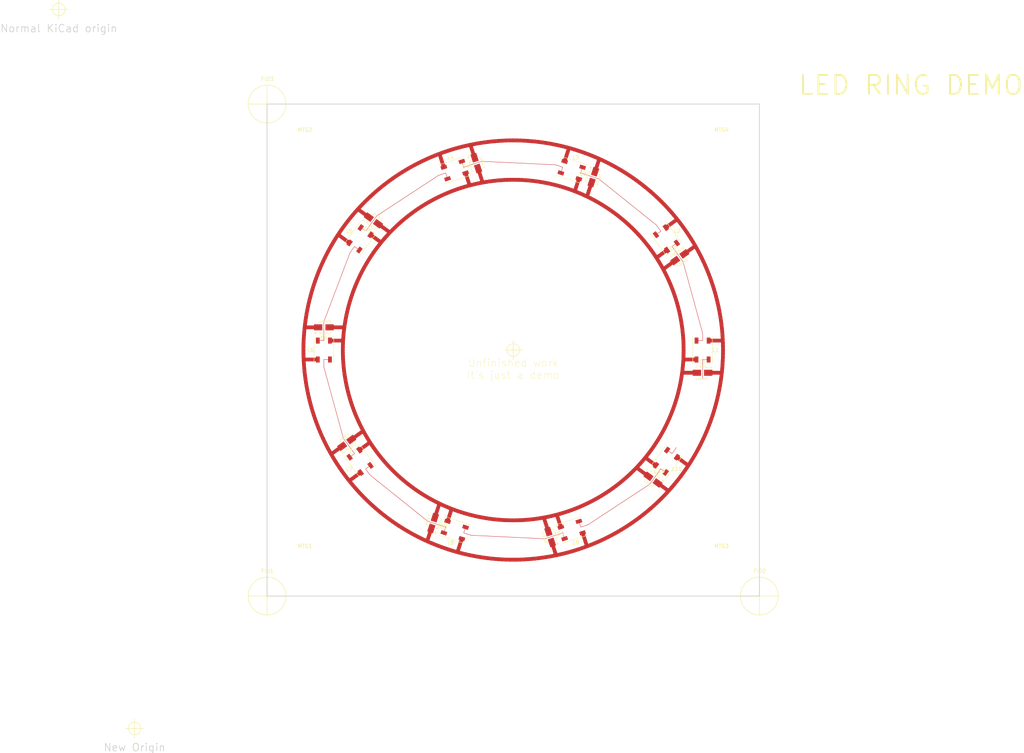
<source format=kicad_pcb>
(
kicad_pcb (version 4) (host pcbnew 4.0.4-stable)

  (general
    (links 0)
    (no_connects 0)
    (area 0 0 0 0)
    (thickness 1.6)
    (drawings 0)
    (tracks 0)
    (zones 0)
    (modules 1)
    (nets 1)
  )

  (page A4)
  (layers
    (0 F.Cu signal)
    (31 B.Cu signal)
    (32 B.Adhes user)
    (33 F.Adhes user)
    (34 B.Paste user)
    (35 F.Paste user)
    (36 B.SilkS user)
    (37 F.SilkS user)
    (38 B.Mask user)
    (39 F.Mask user)
    (40 Dwgs.User user)
    (41 Cmts.User user)
    (42 Eco1.User user)
    (43 Eco2.User user)
    (44 Edge.Cuts user)
    (45 Margin user)
    (46 B.CrtYd user)
    (47 F.CrtYd user)
    (48 B.Fab user)
    (49 F.Fab user)
  )

  (setup
    (last_trace_width 0.25)
    (trace_clearance 0.2)
    (zone_clearance 0.508)
    (zone_45_only no)
    (trace_min 0.2)
    (segment_width 0.2)
    (edge_width 0.15)
    (via_size 0.6)
    (via_drill 0.4)
    (via_min_size 0.4)
    (via_min_drill 0.3)
    (uvia_size 0.3)
    (uvia_drill 0.1)
    (uvias_allowed no)
    (uvia_min_size 0.2)
    (uvia_min_drill 0.1)
    (pcb_text_width 0.3)
    (pcb_text_size 1.5 1.5)
    (mod_edge_width 0.15)
    (mod_text_size 1 1)
    (mod_text_width 0.15)
    (pad_size 1.524 1.524)
    (pad_drill 0.762)
    (pad_to_mask_clearance 0.2)
    (aux_axis_origin 0 0)
    (visible_elements FFFFFF7F)
    (pcbplotparams
      (layerselection 0x00030_80000001)
      (usegerberextensions false)
      (excludeedgelayer true)
      (linewidth 0.100000)
      (plotframeref false)
      (viasonmask false)
      (mode 1)
      (useauxorigin false)
      (hpglpennumber 1)
      (hpglpenspeed 20)
      (hpglpendiameter 15)
      (hpglpenoverlay 2)
      (psnegative false)
      (psa4output false)
      (plotreference true)
      (plotvalue true)
      (plotinvisibletext false)
      (padsonsilk false)
      (subtractmaskfromsilk false)
      (outputformat 1)
      (mirror false)
      (drillshape 1)
      (scaleselection 1)
      (outputdirectory ""))
  )

  (net 0 "")

  (net_class Default "This is the default net class."
    (clearance 0.25)
    (trace_width 0.25)
    (via_dia 0.6)
    (via_drill 0.4)
    (uvia_dia 0.3)
    (uvia_drill 0.1)
  )



(target plus (at 0.0 0.0) (size 5) (width 0.15) (layer F.SilkS))
 (gr_text "Normal KiCad origin" (at 0.0 5.0 0.0) (layer Edge.Cuts)
    (effects (font (size 2 2) (thickness .2))  )
  )
(target plus (at 20.0 190.0) (size 5) (width 0.15) (layer F.SilkS))
 (gr_text "New Origin" (at 20.0 195.0 0.0) (layer Edge.Cuts)
    (effects (font (size 2 2) (thickness .2))  )
  )
 (gr_text "LED RING DEMO" (at 225.0 20.0 0.0) (layer F.SilkS)
    (effects (font (size 5 5) (thickness .5))  )
  )

    (module LEDs:LED_WS2812B-PLCC4 (layer F.Cu) (tedit 587A6D9E) (tstamp 589982C0)
    (at 170.0 90.0 -90.0)
    (descr http://www.world-semi.com/uploads/soft/150522/1-150522091P5.pdf)
    (tags "LED NeoPixel")
    (attr smd)
    (fp_text reference L1 (at 0 -3.5) (layer F.SilkS)
      (effects (font (size 1 1) (thickness 0.15)))
    )
    (fp_text value WS2812B (at 0 4) (layer F.Fab)
      (effects (font (size 1 1) (thickness 0.15)))
    )
    (fp_line (start 3.75 -2.85) (end -3.75 -2.85) (layer F.CrtYd) (width 0.05))
    (fp_line (start 3.75 2.85) (end 3.75 -2.85) (layer F.CrtYd) (width 0.05))
    (fp_line (start -3.75 2.85) (end 3.75 2.85) (layer F.CrtYd) (width 0.05))
    (fp_line (start -3.75 -2.85) (end -3.75 2.85) (layer F.CrtYd) (width 0.05))
    (fp_line (start 2.5 1.5) (end 1.5 2.5) (layer F.Fab) (width 0.1))
    (fp_line (start -2.5 -2.5) (end -2.5 2.5) (layer F.Fab) (width 0.1))
    (fp_line (start -2.5 2.5) (end 2.5 2.5) (layer F.Fab) (width 0.1))
    (fp_line (start 2.5 2.5) (end 2.5 -2.5) (layer F.Fab) (width 0.1))
    (fp_line (start 2.5 -2.5) (end -2.5 -2.5) (layer F.Fab) (width 0.1))
    (fp_line (start -3.5 -2.6) (end 3.5 -2.6) (layer F.SilkS) (width 0.12))
    (fp_line (start -3.5 2.6) (end 3.5 2.6) (layer F.SilkS) (width 0.12))
    (fp_line (start 3.5 2.6) (end 3.5 1.6) (layer F.SilkS) (width 0.12))
    (fp_circle (center 0 0) (end 0 -2) (layer F.Fab) (width 0.1))
    (pad 3 smd rect (at 2.5 1.6 -90.0) (size 1.6 1) (layers F.Cu F.Paste F.Mask))
    (pad 4 smd rect (at 2.5 -1.6 -90.0) (size 1.6 1) (layers F.Cu F.Paste F.Mask))
    (pad 2 smd rect (at -2.5 1.6 -90.0) (size 1.6 1) (layers F.Cu F.Paste F.Mask))
    (pad 1 smd rect (at -2.5 -1.6 -90.0) (size 1.6 1) (layers F.Cu F.Paste F.Mask))
    (model LEDs.3dshapes/LED_WS2812B-PLCC4.wrl
      (at (xyz 0 0 0))
      (scale (xyz 0.39 0.39 0.39))
      (rotate (xyz 0 0 180))
    )
  )
 (module Capacitors_SMD:CP_Elec_3x5.3 (layer F.Cu) (tedit 57FA3E93) (tstamp 5899EACD)
    (at 170.0 96.0 -180.0)
    (descr "SMT capacitor, aluminium electrolytic, 3x5.3")
    (attr smd)
    (fp_text reference C1 (at 0 2.8956 180) (layer F.SilkS)
      (effects (font (size 1 1) (thickness 0.15)))
    )
    (fp_text value 104nF (at -0.0254 -2.8956 180) (layer F.Fab)
      (effects (font (size 1 1) (thickness 0.15)))
    )
    (fp_line (start -1.5621 -0.7493) (end -1.5621 0.7747) (layer F.Fab) (width 0.1))
    (fp_line (start -0.7493 -1.5621) (end -1.5621 -0.7493) (layer F.Fab) (width 0.1))
    (fp_line (start -0.762 1.5748) (end -1.5621 0.7747) (layer F.Fab) (width 0.1))
    (fp_line (start 1.5748 1.5748) (end 1.5748 -1.5621) (layer F.Fab) (width 0.1))
    (fp_line (start 1.5621 1.5748) (end -0.762 1.5748) (layer F.Fab) (width 0.1))
    (fp_line (start 1.5748 -1.5621) (end -0.7493 -1.5621) (layer F.Fab) (width 0.1))
    (fp_line (start -0.8255 1.7272) (end -1.4351 1.1176) (layer F.SilkS) (width 0.12))
    (fp_line (start 1.7272 1.7272) (end 1.7272 1.1176) (layer F.SilkS) (width 0.12))
    (fp_line (start -0.8128 -1.7145) (end -1.4097 -1.1176) (layer F.SilkS) (width 0.12))
    (fp_line (start 1.7272 -1.7145) (end 1.7272 -1.1176) (layer F.SilkS) (width 0.12))
    (fp_text user + (at -0.9398 -0.0762 180) (layer F.Fab)
      (effects (font (size 1 1) (thickness 0.15)))
    )
    (fp_text user + (at -2.2225 1.397 180) (layer F.SilkS)
      (effects (font (size 1 1) (thickness 0.15)))
    )
    (fp_arc (start 0 0) (end -1.0922 -1.1176) (angle 88.7) (layer F.SilkS) (width 0.12))
    (fp_arc (start 0 0) (end 1.0922 1.1176) (angle 88.7) (layer F.SilkS) (width 0.12))
    (fp_line (start -2.8 2.05) (end 2.8 2.05) (layer F.CrtYd) (width 0.05))
    (fp_line (start 2.8 2.05) (end 2.8 -2.05) (layer F.CrtYd) (width 0.05))
    (fp_line (start 2.8 -2.05) (end -2.8 -2.05) (layer F.CrtYd) (width 0.05))
    (fp_line (start -2.8 -2.05) (end -2.8 2.05) (layer F.CrtYd) (width 0.05))
    (fp_line (start -0.8255 1.7272) (end 1.7145 1.7272) (layer F.SilkS) (width 0.12))
    (fp_line (start 1.7272 -1.7145) (end -0.8128 -1.7145) (layer F.SilkS) (width 0.12))
    (pad 2 smd rect (at 1.5 0 -180.0) (size 2.2 1.6) (layers F.Cu F.Paste F.Mask))
    (pad 1 smd rect (at -1.5 0 -180.0) (size 2.2 1.6) (layers F.Cu F.Paste F.Mask))
    (model Capacitors_SMD.3dshapes/CP_Elec_3x5.3.wrl
      (at (xyz 0 0 0))
      (scale (xyz 1 1 1))
      (rotate (xyz 0 0 180))
    )
  )

(segment (start 172.0 87.5) (end 175.0 87.5) (width 1) (layer F.Cu) (net 0))

(segment (start 168.0 87.5) (end 170.0 87.5) (width .1) (layer F.Cu) (net 0))

(segment (start 170.0 87.5) (end 170.0 85.5) (width .1) (layer F.Cu) (net 0))

(segment (start 172.0 92.5) (end 170.0 92.5) (width .1) (layer F.Cu) (net 0))

(segment (start 170.0 92.5) (end 170.0 97.5) (width .1) (layer F.Cu) (net 0))

(segment (start 168.0 92.5) (end 165.0 92.5) (width 1) (layer F.Cu) (net 0))

(segment (start 172.0 96.0) (end 175.0 96.0) (width 1) (layer F.Cu) (net 0))

(segment (start 168.0 96.0) (end 165.0 96.0) (width 1) (layer F.Cu) (net 0))
    (module LEDs:LED_WS2812B-PLCC4 (layer F.Cu) (tedit 587A6D9E) (tstamp 589982C0)
    (at 160.45084971874738 60.61073738537635 -54.0)
    (descr http://www.world-semi.com/uploads/soft/150522/1-150522091P5.pdf)
    (tags "LED NeoPixel")
    (attr smd)
    (fp_text reference L2 (at 0 -3.5) (layer F.SilkS)
      (effects (font (size 1 1) (thickness 0.15)))
    )
    (fp_text value WS2812B (at 0 4) (layer F.Fab)
      (effects (font (size 1 1) (thickness 0.15)))
    )
    (fp_line (start 3.75 -2.85) (end -3.75 -2.85) (layer F.CrtYd) (width 0.05))
    (fp_line (start 3.75 2.85) (end 3.75 -2.85) (layer F.CrtYd) (width 0.05))
    (fp_line (start -3.75 2.85) (end 3.75 2.85) (layer F.CrtYd) (width 0.05))
    (fp_line (start -3.75 -2.85) (end -3.75 2.85) (layer F.CrtYd) (width 0.05))
    (fp_line (start 2.5 1.5) (end 1.5 2.5) (layer F.Fab) (width 0.1))
    (fp_line (start -2.5 -2.5) (end -2.5 2.5) (layer F.Fab) (width 0.1))
    (fp_line (start -2.5 2.5) (end 2.5 2.5) (layer F.Fab) (width 0.1))
    (fp_line (start 2.5 2.5) (end 2.5 -2.5) (layer F.Fab) (width 0.1))
    (fp_line (start 2.5 -2.5) (end -2.5 -2.5) (layer F.Fab) (width 0.1))
    (fp_line (start -3.5 -2.6) (end 3.5 -2.6) (layer F.SilkS) (width 0.12))
    (fp_line (start -3.5 2.6) (end 3.5 2.6) (layer F.SilkS) (width 0.12))
    (fp_line (start 3.5 2.6) (end 3.5 1.6) (layer F.SilkS) (width 0.12))
    (fp_circle (center 0 0) (end 0 -2) (layer F.Fab) (width 0.1))
    (pad 3 smd rect (at 2.5 1.6 -54.0) (size 1.6 1) (layers F.Cu F.Paste F.Mask))
    (pad 4 smd rect (at 2.5 -1.6 -54.0) (size 1.6 1) (layers F.Cu F.Paste F.Mask))
    (pad 2 smd rect (at -2.5 1.6 -54.0) (size 1.6 1) (layers F.Cu F.Paste F.Mask))
    (pad 1 smd rect (at -2.5 -1.6 -54.0) (size 1.6 1) (layers F.Cu F.Paste F.Mask))
    (model LEDs.3dshapes/LED_WS2812B-PLCC4.wrl
      (at (xyz 0 0 0))
      (scale (xyz 0.39 0.39 0.39))
      (rotate (xyz 0 0 180))
    )
  )
 (module Capacitors_SMD:CP_Elec_3x5.3 (layer F.Cu) (tedit 57FA3E93) (tstamp 5899EACD)
    (at 163.9775612325022 65.46483935162604 -144.0)
    (descr "SMT capacitor, aluminium electrolytic, 3x5.3")
    (attr smd)
    (fp_text reference C2 (at 0 2.8956 180) (layer F.SilkS)
      (effects (font (size 1 1) (thickness 0.15)))
    )
    (fp_text value 104nF (at -0.0254 -2.8956 180) (layer F.Fab)
      (effects (font (size 1 1) (thickness 0.15)))
    )
    (fp_line (start -1.5621 -0.7493) (end -1.5621 0.7747) (layer F.Fab) (width 0.1))
    (fp_line (start -0.7493 -1.5621) (end -1.5621 -0.7493) (layer F.Fab) (width 0.1))
    (fp_line (start -0.762 1.5748) (end -1.5621 0.7747) (layer F.Fab) (width 0.1))
    (fp_line (start 1.5748 1.5748) (end 1.5748 -1.5621) (layer F.Fab) (width 0.1))
    (fp_line (start 1.5621 1.5748) (end -0.762 1.5748) (layer F.Fab) (width 0.1))
    (fp_line (start 1.5748 -1.5621) (end -0.7493 -1.5621) (layer F.Fab) (width 0.1))
    (fp_line (start -0.8255 1.7272) (end -1.4351 1.1176) (layer F.SilkS) (width 0.12))
    (fp_line (start 1.7272 1.7272) (end 1.7272 1.1176) (layer F.SilkS) (width 0.12))
    (fp_line (start -0.8128 -1.7145) (end -1.4097 -1.1176) (layer F.SilkS) (width 0.12))
    (fp_line (start 1.7272 -1.7145) (end 1.7272 -1.1176) (layer F.SilkS) (width 0.12))
    (fp_text user + (at -0.9398 -0.0762 180) (layer F.Fab)
      (effects (font (size 1 1) (thickness 0.15)))
    )
    (fp_text user + (at -2.2225 1.397 180) (layer F.SilkS)
      (effects (font (size 1 1) (thickness 0.15)))
    )
    (fp_arc (start 0 0) (end -1.0922 -1.1176) (angle 88.7) (layer F.SilkS) (width 0.12))
    (fp_arc (start 0 0) (end 1.0922 1.1176) (angle 88.7) (layer F.SilkS) (width 0.12))
    (fp_line (start -2.8 2.05) (end 2.8 2.05) (layer F.CrtYd) (width 0.05))
    (fp_line (start 2.8 2.05) (end 2.8 -2.05) (layer F.CrtYd) (width 0.05))
    (fp_line (start 2.8 -2.05) (end -2.8 -2.05) (layer F.CrtYd) (width 0.05))
    (fp_line (start -2.8 -2.05) (end -2.8 2.05) (layer F.CrtYd) (width 0.05))
    (fp_line (start -0.8255 1.7272) (end 1.7145 1.7272) (layer F.SilkS) (width 0.12))
    (fp_line (start 1.7272 -1.7145) (end -0.8128 -1.7145) (layer F.SilkS) (width 0.12))
    (pad 2 smd rect (at 1.5 0 -144.0) (size 2.2 1.6) (layers F.Cu F.Paste F.Mask))
    (pad 1 smd rect (at -1.5 0 -144.0) (size 2.2 1.6) (layers F.Cu F.Paste F.Mask))
    (model Capacitors_SMD.3dshapes/CP_Elec_3x5.3.wrl
      (at (xyz 0 0 0))
      (scale (xyz 1 1 1))
      (rotate (xyz 0 0 180))
    )
  )

(segment (start 160.59942057676608 57.41262439485405) (end 163.02647155989092 55.64926863797663) (width 1) (layer F.Cu) (net 0))

(segment (start 157.3633525992663 59.76376540402393) (end 158.9813865880162 58.588194899438975) (width .1) (layer F.Cu) (net 0))

(segment (start 158.9813865880162 58.588194899438975) (end 157.80581608343124 56.97016091068909) (width .1) (layer F.Cu) (net 0))

(segment (start 163.53834683822845 61.45770936672878) (end 161.92031284947856 62.63327987131372) (width .1) (layer F.Cu) (net 0))

(segment (start 161.92031284947856 62.63327987131372) (end 164.85923911094093 66.67836484318846) (width .1) (layer F.Cu) (net 0))

(segment (start 160.30227886072868 63.80885037589867) (end 157.87522787760383 65.57220613277609) (width 1) (layer F.Cu) (net 0))

(segment (start 165.5955952212521 64.28926884704109) (end 168.02264620437694 62.52591309016367) (width 1) (layer F.Cu) (net 0))

(segment (start 162.35952724375232 66.64040985621098) (end 159.93247626062748 68.40376561308841) (width 1) (layer F.Cu) (net 0))
    (module LEDs:LED_WS2812B-PLCC4 (layer F.Cu) (tedit 587A6D9E) (tstamp 589982C0)
    (at 135.45084971874738 42.44717418524232 -18.0)
    (descr http://www.world-semi.com/uploads/soft/150522/1-150522091P5.pdf)
    (tags "LED NeoPixel")
    (attr smd)
    (fp_text reference L3 (at 0 -3.5) (layer F.SilkS)
      (effects (font (size 1 1) (thickness 0.15)))
    )
    (fp_text value WS2812B (at 0 4) (layer F.Fab)
      (effects (font (size 1 1) (thickness 0.15)))
    )
    (fp_line (start 3.75 -2.85) (end -3.75 -2.85) (layer F.CrtYd) (width 0.05))
    (fp_line (start 3.75 2.85) (end 3.75 -2.85) (layer F.CrtYd) (width 0.05))
    (fp_line (start -3.75 2.85) (end 3.75 2.85) (layer F.CrtYd) (width 0.05))
    (fp_line (start -3.75 -2.85) (end -3.75 2.85) (layer F.CrtYd) (width 0.05))
    (fp_line (start 2.5 1.5) (end 1.5 2.5) (layer F.Fab) (width 0.1))
    (fp_line (start -2.5 -2.5) (end -2.5 2.5) (layer F.Fab) (width 0.1))
    (fp_line (start -2.5 2.5) (end 2.5 2.5) (layer F.Fab) (width 0.1))
    (fp_line (start 2.5 2.5) (end 2.5 -2.5) (layer F.Fab) (width 0.1))
    (fp_line (start 2.5 -2.5) (end -2.5 -2.5) (layer F.Fab) (width 0.1))
    (fp_line (start -3.5 -2.6) (end 3.5 -2.6) (layer F.SilkS) (width 0.12))
    (fp_line (start -3.5 2.6) (end 3.5 2.6) (layer F.SilkS) (width 0.12))
    (fp_line (start 3.5 2.6) (end 3.5 1.6) (layer F.SilkS) (width 0.12))
    (fp_circle (center 0 0) (end 0 -2) (layer F.Fab) (width 0.1))
    (pad 3 smd rect (at 2.5 1.6 -18.0) (size 1.6 1) (layers F.Cu F.Paste F.Mask))
    (pad 4 smd rect (at 2.5 -1.6 -18.0) (size 1.6 1) (layers F.Cu F.Paste F.Mask))
    (pad 2 smd rect (at -2.5 1.6 -18.0) (size 1.6 1) (layers F.Cu F.Paste F.Mask))
    (pad 1 smd rect (at -2.5 -1.6 -18.0) (size 1.6 1) (layers F.Cu F.Paste F.Mask))
    (model LEDs.3dshapes/LED_WS2812B-PLCC4.wrl
      (at (xyz 0 0 0))
      (scale (xyz 0.39 0.39 0.39))
      (rotate (xyz 0 0 180))
    )
  )
 (module Capacitors_SMD:CP_Elec_3x5.3 (layer F.Cu) (tedit 57FA3E93) (tstamp 5899EACD)
    (at 141.1571888165183 44.301276151492004 -108.0)
    (descr "SMT capacitor, aluminium electrolytic, 3x5.3")
    (attr smd)
    (fp_text reference C3 (at 0 2.8956 180) (layer F.SilkS)
      (effects (font (size 1 1) (thickness 0.15)))
    )
    (fp_text value 104nF (at -0.0254 -2.8956 180) (layer F.Fab)
      (effects (font (size 1 1) (thickness 0.15)))
    )
    (fp_line (start -1.5621 -0.7493) (end -1.5621 0.7747) (layer F.Fab) (width 0.1))
    (fp_line (start -0.7493 -1.5621) (end -1.5621 -0.7493) (layer F.Fab) (width 0.1))
    (fp_line (start -0.762 1.5748) (end -1.5621 0.7747) (layer F.Fab) (width 0.1))
    (fp_line (start 1.5748 1.5748) (end 1.5748 -1.5621) (layer F.Fab) (width 0.1))
    (fp_line (start 1.5621 1.5748) (end -0.762 1.5748) (layer F.Fab) (width 0.1))
    (fp_line (start 1.5748 -1.5621) (end -0.7493 -1.5621) (layer F.Fab) (width 0.1))
    (fp_line (start -0.8255 1.7272) (end -1.4351 1.1176) (layer F.SilkS) (width 0.12))
    (fp_line (start 1.7272 1.7272) (end 1.7272 1.1176) (layer F.SilkS) (width 0.12))
    (fp_line (start -0.8128 -1.7145) (end -1.4097 -1.1176) (layer F.SilkS) (width 0.12))
    (fp_line (start 1.7272 -1.7145) (end 1.7272 -1.1176) (layer F.SilkS) (width 0.12))
    (fp_text user + (at -0.9398 -0.0762 180) (layer F.Fab)
      (effects (font (size 1 1) (thickness 0.15)))
    )
    (fp_text user + (at -2.2225 1.397 180) (layer F.SilkS)
      (effects (font (size 1 1) (thickness 0.15)))
    )
    (fp_arc (start 0 0) (end -1.0922 -1.1176) (angle 88.7) (layer F.SilkS) (width 0.12))
    (fp_arc (start 0 0) (end 1.0922 1.1176) (angle 88.7) (layer F.SilkS) (width 0.12))
    (fp_line (start -2.8 2.05) (end 2.8 2.05) (layer F.CrtYd) (width 0.05))
    (fp_line (start 2.8 2.05) (end 2.8 -2.05) (layer F.CrtYd) (width 0.05))
    (fp_line (start 2.8 -2.05) (end -2.8 -2.05) (layer F.CrtYd) (width 0.05))
    (fp_line (start -2.8 -2.05) (end -2.8 2.05) (layer F.CrtYd) (width 0.05))
    (fp_line (start -0.8255 1.7272) (end 1.7145 1.7272) (layer F.SilkS) (width 0.12))
    (fp_line (start 1.7272 -1.7145) (end -0.8128 -1.7145) (layer F.SilkS) (width 0.12))
    (pad 2 smd rect (at 1.5 0 -108.0) (size 2.2 1.6) (layers F.Cu F.Paste F.Mask))
    (pad 1 smd rect (at -1.5 0 -108.0) (size 2.2 1.6) (layers F.Cu F.Paste F.Mask))
    (model Capacitors_SMD.3dshapes/CP_Elec_3x5.3.wrl
      (at (xyz 0 0 0))
      (scale (xyz 1 1 1))
      (rotate (xyz 0 0 180))
    )
  )

(segment (start 133.6912424167594 39.77251866671463) (end 134.61829339988424 36.91934911782917) (width 1) (layer F.Cu) (net 0))

(segment (start 132.4551744392596 43.576744731895246) (end 133.07320842800948 41.67463169930494) (width .1) (layer F.Cu) (net 0))

(segment (start 133.07320842800948 41.67463169930494) (end 131.17109539541917 41.05659771055505) (width .1) (layer F.Cu) (net 0))

(segment (start 138.44652499823516 41.31760363858939) (end 137.82849100948528 43.2197166711797) (width .1) (layer F.Cu) (net 0))

(segment (start 137.82849100948528 43.2197166711797) (end 142.58377359096102 44.764801643054426) (width .1) (layer F.Cu) (net 0))

(segment (start 137.21045702073536 45.121829703770004) (end 136.28340603761052 47.974999252655465) (width 1) (layer F.Cu) (net 0))

(segment (start 141.77522280526819 42.3991631189017) (end 142.70227378839303 39.545993570016236) (width 1) (layer F.Cu) (net 0))

(segment (start 140.5391548277684 46.20338918408231) (end 139.61210384464357 49.05655873296777) (width 1) (layer F.Cu) (net 0))
    (module LEDs:LED_WS2812B-PLCC4 (layer F.Cu) (tedit 587A6D9E) (tstamp 589982C0)
    (at 104.54915028125264 42.44717418524232 18.0)
    (descr http://www.world-semi.com/uploads/soft/150522/1-150522091P5.pdf)
    (tags "LED NeoPixel")
    (attr smd)
    (fp_text reference L4 (at 0 -3.5) (layer F.SilkS)
      (effects (font (size 1 1) (thickness 0.15)))
    )
    (fp_text value WS2812B (at 0 4) (layer F.Fab)
      (effects (font (size 1 1) (thickness 0.15)))
    )
    (fp_line (start 3.75 -2.85) (end -3.75 -2.85) (layer F.CrtYd) (width 0.05))
    (fp_line (start 3.75 2.85) (end 3.75 -2.85) (layer F.CrtYd) (width 0.05))
    (fp_line (start -3.75 2.85) (end 3.75 2.85) (layer F.CrtYd) (width 0.05))
    (fp_line (start -3.75 -2.85) (end -3.75 2.85) (layer F.CrtYd) (width 0.05))
    (fp_line (start 2.5 1.5) (end 1.5 2.5) (layer F.Fab) (width 0.1))
    (fp_line (start -2.5 -2.5) (end -2.5 2.5) (layer F.Fab) (width 0.1))
    (fp_line (start -2.5 2.5) (end 2.5 2.5) (layer F.Fab) (width 0.1))
    (fp_line (start 2.5 2.5) (end 2.5 -2.5) (layer F.Fab) (width 0.1))
    (fp_line (start 2.5 -2.5) (end -2.5 -2.5) (layer F.Fab) (width 0.1))
    (fp_line (start -3.5 -2.6) (end 3.5 -2.6) (layer F.SilkS) (width 0.12))
    (fp_line (start -3.5 2.6) (end 3.5 2.6) (layer F.SilkS) (width 0.12))
    (fp_line (start 3.5 2.6) (end 3.5 1.6) (layer F.SilkS) (width 0.12))
    (fp_circle (center 0 0) (end 0 -2) (layer F.Fab) (width 0.1))
    (pad 3 smd rect (at 2.5 1.6 18.0) (size 1.6 1) (layers F.Cu F.Paste F.Mask))
    (pad 4 smd rect (at 2.5 -1.6 18.0) (size 1.6 1) (layers F.Cu F.Paste F.Mask))
    (pad 2 smd rect (at -2.5 1.6 18.0) (size 1.6 1) (layers F.Cu F.Paste F.Mask))
    (pad 1 smd rect (at -2.5 -1.6 18.0) (size 1.6 1) (layers F.Cu F.Paste F.Mask))
    (model LEDs.3dshapes/LED_WS2812B-PLCC4.wrl
      (at (xyz 0 0 0))
      (scale (xyz 0.39 0.39 0.39))
      (rotate (xyz 0 0 180))
    )
  )
 (module Capacitors_SMD:CP_Elec_3x5.3 (layer F.Cu) (tedit 57FA3E93) (tstamp 5899EACD)
    (at 110.25548937902356 40.59307221899263 -72.0)
    (descr "SMT capacitor, aluminium electrolytic, 3x5.3")
    (attr smd)
    (fp_text reference C4 (at 0 2.8956 180) (layer F.SilkS)
      (effects (font (size 1 1) (thickness 0.15)))
    )
    (fp_text value 104nF (at -0.0254 -2.8956 180) (layer F.Fab)
      (effects (font (size 1 1) (thickness 0.15)))
    )
    (fp_line (start -1.5621 -0.7493) (end -1.5621 0.7747) (layer F.Fab) (width 0.1))
    (fp_line (start -0.7493 -1.5621) (end -1.5621 -0.7493) (layer F.Fab) (width 0.1))
    (fp_line (start -0.762 1.5748) (end -1.5621 0.7747) (layer F.Fab) (width 0.1))
    (fp_line (start 1.5748 1.5748) (end 1.5748 -1.5621) (layer F.Fab) (width 0.1))
    (fp_line (start 1.5621 1.5748) (end -0.762 1.5748) (layer F.Fab) (width 0.1))
    (fp_line (start 1.5748 -1.5621) (end -0.7493 -1.5621) (layer F.Fab) (width 0.1))
    (fp_line (start -0.8255 1.7272) (end -1.4351 1.1176) (layer F.SilkS) (width 0.12))
    (fp_line (start 1.7272 1.7272) (end 1.7272 1.1176) (layer F.SilkS) (width 0.12))
    (fp_line (start -0.8128 -1.7145) (end -1.4097 -1.1176) (layer F.SilkS) (width 0.12))
    (fp_line (start 1.7272 -1.7145) (end 1.7272 -1.1176) (layer F.SilkS) (width 0.12))
    (fp_text user + (at -0.9398 -0.0762 180) (layer F.Fab)
      (effects (font (size 1 1) (thickness 0.15)))
    )
    (fp_text user + (at -2.2225 1.397 180) (layer F.SilkS)
      (effects (font (size 1 1) (thickness 0.15)))
    )
    (fp_arc (start 0 0) (end -1.0922 -1.1176) (angle 88.7) (layer F.SilkS) (width 0.12))
    (fp_arc (start 0 0) (end 1.0922 1.1176) (angle 88.7) (layer F.SilkS) (width 0.12))
    (fp_line (start -2.8 2.05) (end 2.8 2.05) (layer F.CrtYd) (width 0.05))
    (fp_line (start 2.8 2.05) (end 2.8 -2.05) (layer F.CrtYd) (width 0.05))
    (fp_line (start 2.8 -2.05) (end -2.8 -2.05) (layer F.CrtYd) (width 0.05))
    (fp_line (start -2.8 -2.05) (end -2.8 2.05) (layer F.CrtYd) (width 0.05))
    (fp_line (start -0.8255 1.7272) (end 1.7145 1.7272) (layer F.SilkS) (width 0.12))
    (fp_line (start 1.7272 -1.7145) (end -0.8128 -1.7145) (layer F.SilkS) (width 0.12))
    (pad 2 smd rect (at 1.5 0 -72.0) (size 2.2 1.6) (layers F.Cu F.Paste F.Mask))
    (pad 1 smd rect (at -1.5 0 -72.0) (size 2.2 1.6) (layers F.Cu F.Paste F.Mask))
    (model Capacitors_SMD.3dshapes/CP_Elec_3x5.3.wrl
      (at (xyz 0 0 0))
      (scale (xyz 1 1 1))
      (rotate (xyz 0 0 180))
    )
  )

(segment (start 101.55347500176485 41.31760363858939) (end 100.62642401864002 38.46443408970393) (width 1) (layer F.Cu) (net 0))

(segment (start 102.78954297926465 45.121829703770004) (end 102.17150899051475 43.2197166711797) (width .1) (layer F.Cu) (net 0))

(segment (start 102.17150899051475 43.2197166711797) (end 100.26939595792444 43.83775065992958) (width .1) (layer F.Cu) (net 0))

(segment (start 106.30875758324062 39.77251866671463) (end 106.92679157199052 41.67463169930494) (width .1) (layer F.Cu) (net 0))

(segment (start 106.92679157199052 41.67463169930494) (end 111.68207415346629 40.12954672743021) (width .1) (layer F.Cu) (net 0))

(segment (start 107.54482556074042 43.576744731895246) (end 108.47187654386526 46.42991428078071) (width 1) (layer F.Cu) (net 0))

(segment (start 109.63745539027366 38.690959186402324) (end 108.71040440714881 35.83778963751686) (width 1) (layer F.Cu) (net 0))

(segment (start 110.87352336777346 42.49518525158294) (end 111.8005743508983 45.3483548004684) (width 1) (layer F.Cu) (net 0))
    (module LEDs:LED_WS2812B-PLCC4 (layer F.Cu) (tedit 587A6D9E) (tstamp 589982C0)
    (at 79.54915028125264 60.61073738537635 54.0)
    (descr http://www.world-semi.com/uploads/soft/150522/1-150522091P5.pdf)
    (tags "LED NeoPixel")
    (attr smd)
    (fp_text reference L5 (at 0 -3.5) (layer F.SilkS)
      (effects (font (size 1 1) (thickness 0.15)))
    )
    (fp_text value WS2812B (at 0 4) (layer F.Fab)
      (effects (font (size 1 1) (thickness 0.15)))
    )
    (fp_line (start 3.75 -2.85) (end -3.75 -2.85) (layer F.CrtYd) (width 0.05))
    (fp_line (start 3.75 2.85) (end 3.75 -2.85) (layer F.CrtYd) (width 0.05))
    (fp_line (start -3.75 2.85) (end 3.75 2.85) (layer F.CrtYd) (width 0.05))
    (fp_line (start -3.75 -2.85) (end -3.75 2.85) (layer F.CrtYd) (width 0.05))
    (fp_line (start 2.5 1.5) (end 1.5 2.5) (layer F.Fab) (width 0.1))
    (fp_line (start -2.5 -2.5) (end -2.5 2.5) (layer F.Fab) (width 0.1))
    (fp_line (start -2.5 2.5) (end 2.5 2.5) (layer F.Fab) (width 0.1))
    (fp_line (start 2.5 2.5) (end 2.5 -2.5) (layer F.Fab) (width 0.1))
    (fp_line (start 2.5 -2.5) (end -2.5 -2.5) (layer F.Fab) (width 0.1))
    (fp_line (start -3.5 -2.6) (end 3.5 -2.6) (layer F.SilkS) (width 0.12))
    (fp_line (start -3.5 2.6) (end 3.5 2.6) (layer F.SilkS) (width 0.12))
    (fp_line (start 3.5 2.6) (end 3.5 1.6) (layer F.SilkS) (width 0.12))
    (fp_circle (center 0 0) (end 0 -2) (layer F.Fab) (width 0.1))
    (pad 3 smd rect (at 2.5 1.6 54.0) (size 1.6 1) (layers F.Cu F.Paste F.Mask))
    (pad 4 smd rect (at 2.5 -1.6 54.0) (size 1.6 1) (layers F.Cu F.Paste F.Mask))
    (pad 2 smd rect (at -2.5 1.6 54.0) (size 1.6 1) (layers F.Cu F.Paste F.Mask))
    (pad 1 smd rect (at -2.5 -1.6 54.0) (size 1.6 1) (layers F.Cu F.Paste F.Mask))
    (model LEDs.3dshapes/LED_WS2812B-PLCC4.wrl
      (at (xyz 0 0 0))
      (scale (xyz 0.39 0.39 0.39))
      (rotate (xyz 0 0 180))
    )
  )
 (module Capacitors_SMD:CP_Elec_3x5.3 (layer F.Cu) (tedit 57FA3E93) (tstamp 5899EACD)
    (at 83.07586179500748 55.75663541912667 -36.0)
    (descr "SMT capacitor, aluminium electrolytic, 3x5.3")
    (attr smd)
    (fp_text reference C5 (at 0 2.8956 180) (layer F.SilkS)
      (effects (font (size 1 1) (thickness 0.15)))
    )
    (fp_text value 104nF (at -0.0254 -2.8956 180) (layer F.Fab)
      (effects (font (size 1 1) (thickness 0.15)))
    )
    (fp_line (start -1.5621 -0.7493) (end -1.5621 0.7747) (layer F.Fab) (width 0.1))
    (fp_line (start -0.7493 -1.5621) (end -1.5621 -0.7493) (layer F.Fab) (width 0.1))
    (fp_line (start -0.762 1.5748) (end -1.5621 0.7747) (layer F.Fab) (width 0.1))
    (fp_line (start 1.5748 1.5748) (end 1.5748 -1.5621) (layer F.Fab) (width 0.1))
    (fp_line (start 1.5621 1.5748) (end -0.762 1.5748) (layer F.Fab) (width 0.1))
    (fp_line (start 1.5748 -1.5621) (end -0.7493 -1.5621) (layer F.Fab) (width 0.1))
    (fp_line (start -0.8255 1.7272) (end -1.4351 1.1176) (layer F.SilkS) (width 0.12))
    (fp_line (start 1.7272 1.7272) (end 1.7272 1.1176) (layer F.SilkS) (width 0.12))
    (fp_line (start -0.8128 -1.7145) (end -1.4097 -1.1176) (layer F.SilkS) (width 0.12))
    (fp_line (start 1.7272 -1.7145) (end 1.7272 -1.1176) (layer F.SilkS) (width 0.12))
    (fp_text user + (at -0.9398 -0.0762 180) (layer F.Fab)
      (effects (font (size 1 1) (thickness 0.15)))
    )
    (fp_text user + (at -2.2225 1.397 180) (layer F.SilkS)
      (effects (font (size 1 1) (thickness 0.15)))
    )
    (fp_arc (start 0 0) (end -1.0922 -1.1176) (angle 88.7) (layer F.SilkS) (width 0.12))
    (fp_arc (start 0 0) (end 1.0922 1.1176) (angle 88.7) (layer F.SilkS) (width 0.12))
    (fp_line (start -2.8 2.05) (end 2.8 2.05) (layer F.CrtYd) (width 0.05))
    (fp_line (start 2.8 2.05) (end 2.8 -2.05) (layer F.CrtYd) (width 0.05))
    (fp_line (start 2.8 -2.05) (end -2.8 -2.05) (layer F.CrtYd) (width 0.05))
    (fp_line (start -2.8 -2.05) (end -2.8 2.05) (layer F.CrtYd) (width 0.05))
    (fp_line (start -0.8255 1.7272) (end 1.7145 1.7272) (layer F.SilkS) (width 0.12))
    (fp_line (start 1.7272 -1.7145) (end -0.8128 -1.7145) (layer F.SilkS) (width 0.12))
    (pad 2 smd rect (at 1.5 0 -36.0) (size 2.2 1.6) (layers F.Cu F.Paste F.Mask))
    (pad 1 smd rect (at -1.5 0 -36.0) (size 2.2 1.6) (layers F.Cu F.Paste F.Mask))
    (model Capacitors_SMD.3dshapes/CP_Elec_3x5.3.wrl
      (at (xyz 0 0 0))
      (scale (xyz 1 1 1))
      (rotate (xyz 0 0 180))
    )
  )

(segment (start 76.46165316177155 61.45770936672878) (end 74.03460217864671 59.69435360985136) (width 1) (layer F.Cu) (net 0))

(segment (start 79.69772113927135 63.80885037589867) (end 78.07968715052145 62.63327987131372) (width .1) (layer F.Cu) (net 0))

(segment (start 78.07968715052145 62.63327987131372) (end 76.90411664593651 64.25131386006362) (width .1) (layer F.Cu) (net 0))

(segment (start 79.40057942323392 57.41262439485405) (end 81.01861341198382 58.588194899438975) (width .1) (layer F.Cu) (net 0))

(segment (start 81.01861341198382 58.588194899438975) (end 83.95753967344618 54.543109927564245) (width .1) (layer F.Cu) (net 0))

(segment (start 82.63664740073372 59.76376540402393) (end 85.06369838385855 61.527121160901345) (width 1) (layer F.Cu) (net 0))

(segment (start 81.45782780625758 54.58106491454171) (end 79.03077682313274 52.8177091576643) (width 1) (layer F.Cu) (net 0))

(segment (start 84.69389578375737 56.93220592371162) (end 87.12094676688221 58.69556168058904) (width 1) (layer F.Cu) (net 0))
    (module LEDs:LED_WS2812B-PLCC4 (layer F.Cu) (tedit 587A6D9E) (tstamp 589982C0)
    (at 70.0 90.0 90.0)
    (descr http://www.world-semi.com/uploads/soft/150522/1-150522091P5.pdf)
    (tags "LED NeoPixel")
    (attr smd)
    (fp_text reference L6 (at 0 -3.5) (layer F.SilkS)
      (effects (font (size 1 1) (thickness 0.15)))
    )
    (fp_text value WS2812B (at 0 4) (layer F.Fab)
      (effects (font (size 1 1) (thickness 0.15)))
    )
    (fp_line (start 3.75 -2.85) (end -3.75 -2.85) (layer F.CrtYd) (width 0.05))
    (fp_line (start 3.75 2.85) (end 3.75 -2.85) (layer F.CrtYd) (width 0.05))
    (fp_line (start -3.75 2.85) (end 3.75 2.85) (layer F.CrtYd) (width 0.05))
    (fp_line (start -3.75 -2.85) (end -3.75 2.85) (layer F.CrtYd) (width 0.05))
    (fp_line (start 2.5 1.5) (end 1.5 2.5) (layer F.Fab) (width 0.1))
    (fp_line (start -2.5 -2.5) (end -2.5 2.5) (layer F.Fab) (width 0.1))
    (fp_line (start -2.5 2.5) (end 2.5 2.5) (layer F.Fab) (width 0.1))
    (fp_line (start 2.5 2.5) (end 2.5 -2.5) (layer F.Fab) (width 0.1))
    (fp_line (start 2.5 -2.5) (end -2.5 -2.5) (layer F.Fab) (width 0.1))
    (fp_line (start -3.5 -2.6) (end 3.5 -2.6) (layer F.SilkS) (width 0.12))
    (fp_line (start -3.5 2.6) (end 3.5 2.6) (layer F.SilkS) (width 0.12))
    (fp_line (start 3.5 2.6) (end 3.5 1.6) (layer F.SilkS) (width 0.12))
    (fp_circle (center 0 0) (end 0 -2) (layer F.Fab) (width 0.1))
    (pad 3 smd rect (at 2.5 1.6 90.0) (size 1.6 1) (layers F.Cu F.Paste F.Mask))
    (pad 4 smd rect (at 2.5 -1.6 90.0) (size 1.6 1) (layers F.Cu F.Paste F.Mask))
    (pad 2 smd rect (at -2.5 1.6 90.0) (size 1.6 1) (layers F.Cu F.Paste F.Mask))
    (pad 1 smd rect (at -2.5 -1.6 90.0) (size 1.6 1) (layers F.Cu F.Paste F.Mask))
    (model LEDs.3dshapes/LED_WS2812B-PLCC4.wrl
      (at (xyz 0 0 0))
      (scale (xyz 0.39 0.39 0.39))
      (rotate (xyz 0 0 180))
    )
  )
 (module Capacitors_SMD:CP_Elec_3x5.3 (layer F.Cu) (tedit 57FA3E93) (tstamp 5899EACD)
    (at 70.0 84.0 0.0)
    (descr "SMT capacitor, aluminium electrolytic, 3x5.3")
    (attr smd)
    (fp_text reference C6 (at 0 2.8956 180) (layer F.SilkS)
      (effects (font (size 1 1) (thickness 0.15)))
    )
    (fp_text value 104nF (at -0.0254 -2.8956 180) (layer F.Fab)
      (effects (font (size 1 1) (thickness 0.15)))
    )
    (fp_line (start -1.5621 -0.7493) (end -1.5621 0.7747) (layer F.Fab) (width 0.1))
    (fp_line (start -0.7493 -1.5621) (end -1.5621 -0.7493) (layer F.Fab) (width 0.1))
    (fp_line (start -0.762 1.5748) (end -1.5621 0.7747) (layer F.Fab) (width 0.1))
    (fp_line (start 1.5748 1.5748) (end 1.5748 -1.5621) (layer F.Fab) (width 0.1))
    (fp_line (start 1.5621 1.5748) (end -0.762 1.5748) (layer F.Fab) (width 0.1))
    (fp_line (start 1.5748 -1.5621) (end -0.7493 -1.5621) (layer F.Fab) (width 0.1))
    (fp_line (start -0.8255 1.7272) (end -1.4351 1.1176) (layer F.SilkS) (width 0.12))
    (fp_line (start 1.7272 1.7272) (end 1.7272 1.1176) (layer F.SilkS) (width 0.12))
    (fp_line (start -0.8128 -1.7145) (end -1.4097 -1.1176) (layer F.SilkS) (width 0.12))
    (fp_line (start 1.7272 -1.7145) (end 1.7272 -1.1176) (layer F.SilkS) (width 0.12))
    (fp_text user + (at -0.9398 -0.0762 180) (layer F.Fab)
      (effects (font (size 1 1) (thickness 0.15)))
    )
    (fp_text user + (at -2.2225 1.397 180) (layer F.SilkS)
      (effects (font (size 1 1) (thickness 0.15)))
    )
    (fp_arc (start 0 0) (end -1.0922 -1.1176) (angle 88.7) (layer F.SilkS) (width 0.12))
    (fp_arc (start 0 0) (end 1.0922 1.1176) (angle 88.7) (layer F.SilkS) (width 0.12))
    (fp_line (start -2.8 2.05) (end 2.8 2.05) (layer F.CrtYd) (width 0.05))
    (fp_line (start 2.8 2.05) (end 2.8 -2.05) (layer F.CrtYd) (width 0.05))
    (fp_line (start 2.8 -2.05) (end -2.8 -2.05) (layer F.CrtYd) (width 0.05))
    (fp_line (start -2.8 -2.05) (end -2.8 2.05) (layer F.CrtYd) (width 0.05))
    (fp_line (start -0.8255 1.7272) (end 1.7145 1.7272) (layer F.SilkS) (width 0.12))
    (fp_line (start 1.7272 -1.7145) (end -0.8128 -1.7145) (layer F.SilkS) (width 0.12))
    (pad 2 smd rect (at 1.5 0 0.0) (size 2.2 1.6) (layers F.Cu F.Paste F.Mask))
    (pad 1 smd rect (at -1.5 0 0.0) (size 2.2 1.6) (layers F.Cu F.Paste F.Mask))
    (model Capacitors_SMD.3dshapes/CP_Elec_3x5.3.wrl
      (at (xyz 0 0 0))
      (scale (xyz 1 1 1))
      (rotate (xyz 0 0 180))
    )
  )

(segment (start 68.0 92.5) (end 65.0 92.5) (width 1) (layer F.Cu) (net 0))

(segment (start 72.0 92.5) (end 70.0 92.5) (width .1) (layer F.Cu) (net 0))

(segment (start 70.0 92.5) (end 70.0 94.5) (width .1) (layer F.Cu) (net 0))

(segment (start 68.0 87.5) (end 70.0 87.5) (width .1) (layer F.Cu) (net 0))

(segment (start 70.0 87.5) (end 70.0 82.5) (width .1) (layer F.Cu) (net 0))

(segment (start 72.0 87.5) (end 75.0 87.5) (width 1) (layer F.Cu) (net 0))

(segment (start 68.0 84.0) (end 65.0 84.0) (width 1) (layer F.Cu) (net 0))

(segment (start 72.0 84.0) (end 75.0 84.0) (width 1) (layer F.Cu) (net 0))
    (module LEDs:LED_WS2812B-PLCC4 (layer F.Cu) (tedit 587A6D9E) (tstamp 589982C0)
    (at 79.54915028125262 119.38926261462365 126.0)
    (descr http://www.world-semi.com/uploads/soft/150522/1-150522091P5.pdf)
    (tags "LED NeoPixel")
    (attr smd)
    (fp_text reference L7 (at 0 -3.5) (layer F.SilkS)
      (effects (font (size 1 1) (thickness 0.15)))
    )
    (fp_text value WS2812B (at 0 4) (layer F.Fab)
      (effects (font (size 1 1) (thickness 0.15)))
    )
    (fp_line (start 3.75 -2.85) (end -3.75 -2.85) (layer F.CrtYd) (width 0.05))
    (fp_line (start 3.75 2.85) (end 3.75 -2.85) (layer F.CrtYd) (width 0.05))
    (fp_line (start -3.75 2.85) (end 3.75 2.85) (layer F.CrtYd) (width 0.05))
    (fp_line (start -3.75 -2.85) (end -3.75 2.85) (layer F.CrtYd) (width 0.05))
    (fp_line (start 2.5 1.5) (end 1.5 2.5) (layer F.Fab) (width 0.1))
    (fp_line (start -2.5 -2.5) (end -2.5 2.5) (layer F.Fab) (width 0.1))
    (fp_line (start -2.5 2.5) (end 2.5 2.5) (layer F.Fab) (width 0.1))
    (fp_line (start 2.5 2.5) (end 2.5 -2.5) (layer F.Fab) (width 0.1))
    (fp_line (start 2.5 -2.5) (end -2.5 -2.5) (layer F.Fab) (width 0.1))
    (fp_line (start -3.5 -2.6) (end 3.5 -2.6) (layer F.SilkS) (width 0.12))
    (fp_line (start -3.5 2.6) (end 3.5 2.6) (layer F.SilkS) (width 0.12))
    (fp_line (start 3.5 2.6) (end 3.5 1.6) (layer F.SilkS) (width 0.12))
    (fp_circle (center 0 0) (end 0 -2) (layer F.Fab) (width 0.1))
    (pad 3 smd rect (at 2.5 1.6 126.0) (size 1.6 1) (layers F.Cu F.Paste F.Mask))
    (pad 4 smd rect (at 2.5 -1.6 126.0) (size 1.6 1) (layers F.Cu F.Paste F.Mask))
    (pad 2 smd rect (at -2.5 1.6 126.0) (size 1.6 1) (layers F.Cu F.Paste F.Mask))
    (pad 1 smd rect (at -2.5 -1.6 126.0) (size 1.6 1) (layers F.Cu F.Paste F.Mask))
    (model LEDs.3dshapes/LED_WS2812B-PLCC4.wrl
      (at (xyz 0 0 0))
      (scale (xyz 0.39 0.39 0.39))
      (rotate (xyz 0 0 180))
    )
  )
 (module Capacitors_SMD:CP_Elec_3x5.3 (layer F.Cu) (tedit 57FA3E93) (tstamp 5899EACD)
    (at 76.02243876749779 114.53516064837396 36.0)
    (descr "SMT capacitor, aluminium electrolytic, 3x5.3")
    (attr smd)
    (fp_text reference C7 (at 0 2.8956 180) (layer F.SilkS)
      (effects (font (size 1 1) (thickness 0.15)))
    )
    (fp_text value 104nF (at -0.0254 -2.8956 180) (layer F.Fab)
      (effects (font (size 1 1) (thickness 0.15)))
    )
    (fp_line (start -1.5621 -0.7493) (end -1.5621 0.7747) (layer F.Fab) (width 0.1))
    (fp_line (start -0.7493 -1.5621) (end -1.5621 -0.7493) (layer F.Fab) (width 0.1))
    (fp_line (start -0.762 1.5748) (end -1.5621 0.7747) (layer F.Fab) (width 0.1))
    (fp_line (start 1.5748 1.5748) (end 1.5748 -1.5621) (layer F.Fab) (width 0.1))
    (fp_line (start 1.5621 1.5748) (end -0.762 1.5748) (layer F.Fab) (width 0.1))
    (fp_line (start 1.5748 -1.5621) (end -0.7493 -1.5621) (layer F.Fab) (width 0.1))
    (fp_line (start -0.8255 1.7272) (end -1.4351 1.1176) (layer F.SilkS) (width 0.12))
    (fp_line (start 1.7272 1.7272) (end 1.7272 1.1176) (layer F.SilkS) (width 0.12))
    (fp_line (start -0.8128 -1.7145) (end -1.4097 -1.1176) (layer F.SilkS) (width 0.12))
    (fp_line (start 1.7272 -1.7145) (end 1.7272 -1.1176) (layer F.SilkS) (width 0.12))
    (fp_text user + (at -0.9398 -0.0762 180) (layer F.Fab)
      (effects (font (size 1 1) (thickness 0.15)))
    )
    (fp_text user + (at -2.2225 1.397 180) (layer F.SilkS)
      (effects (font (size 1 1) (thickness 0.15)))
    )
    (fp_arc (start 0 0) (end -1.0922 -1.1176) (angle 88.7) (layer F.SilkS) (width 0.12))
    (fp_arc (start 0 0) (end 1.0922 1.1176) (angle 88.7) (layer F.SilkS) (width 0.12))
    (fp_line (start -2.8 2.05) (end 2.8 2.05) (layer F.CrtYd) (width 0.05))
    (fp_line (start 2.8 2.05) (end 2.8 -2.05) (layer F.CrtYd) (width 0.05))
    (fp_line (start 2.8 -2.05) (end -2.8 -2.05) (layer F.CrtYd) (width 0.05))
    (fp_line (start -2.8 -2.05) (end -2.8 2.05) (layer F.CrtYd) (width 0.05))
    (fp_line (start -0.8255 1.7272) (end 1.7145 1.7272) (layer F.SilkS) (width 0.12))
    (fp_line (start 1.7272 -1.7145) (end -0.8128 -1.7145) (layer F.SilkS) (width 0.12))
    (pad 2 smd rect (at 1.5 0 36.0) (size 2.2 1.6) (layers F.Cu F.Paste F.Mask))
    (pad 1 smd rect (at -1.5 0 36.0) (size 2.2 1.6) (layers F.Cu F.Paste F.Mask))
    (model Capacitors_SMD.3dshapes/CP_Elec_3x5.3.wrl
      (at (xyz 0 0 0))
      (scale (xyz 1 1 1))
      (rotate (xyz 0 0 180))
    )
  )

(segment (start 79.4005794232339 122.58737560514597) (end 76.97352844010906 124.35073136202338) (width 1) (layer F.Cu) (net 0))

(segment (start 82.6366474007337 120.23623459597607) (end 81.01861341198381 121.41180510056101) (width .1) (layer F.Cu) (net 0))

(segment (start 81.01861341198381 121.41180510056101) (end 82.19418391656875 123.02983908931091) (width .1) (layer F.Cu) (net 0))

(segment (start 76.46165316177155 118.54229063327122) (end 78.07968715052144 117.36672012868628) (width .1) (layer F.Cu) (net 0))

(segment (start 78.07968715052144 117.36672012868628) (end 75.14076088905907 113.32163515681154) (width .1) (layer F.Cu) (net 0))

(segment (start 79.69772113927134 116.19114962410133) (end 82.12477212239617 114.42779386722391) (width 1) (layer F.Cu) (net 0))

(segment (start 74.40440477874789 115.71073115295891) (end 71.97735379562305 117.47408690983633) (width 1) (layer F.Cu) (net 0))

(segment (start 77.64047275624768 113.35959014378902) (end 80.06752373937252 111.59623438691159) (width 1) (layer F.Cu) (net 0))
    (module LEDs:LED_WS2812B-PLCC4 (layer F.Cu) (tedit 587A6D9E) (tstamp 589982C0)
    (at 104.54915028125262 137.55282581475768 162.0)
    (descr http://www.world-semi.com/uploads/soft/150522/1-150522091P5.pdf)
    (tags "LED NeoPixel")
    (attr smd)
    (fp_text reference L8 (at 0 -3.5) (layer F.SilkS)
      (effects (font (size 1 1) (thickness 0.15)))
    )
    (fp_text value WS2812B (at 0 4) (layer F.Fab)
      (effects (font (size 1 1) (thickness 0.15)))
    )
    (fp_line (start 3.75 -2.85) (end -3.75 -2.85) (layer F.CrtYd) (width 0.05))
    (fp_line (start 3.75 2.85) (end 3.75 -2.85) (layer F.CrtYd) (width 0.05))
    (fp_line (start -3.75 2.85) (end 3.75 2.85) (layer F.CrtYd) (width 0.05))
    (fp_line (start -3.75 -2.85) (end -3.75 2.85) (layer F.CrtYd) (width 0.05))
    (fp_line (start 2.5 1.5) (end 1.5 2.5) (layer F.Fab) (width 0.1))
    (fp_line (start -2.5 -2.5) (end -2.5 2.5) (layer F.Fab) (width 0.1))
    (fp_line (start -2.5 2.5) (end 2.5 2.5) (layer F.Fab) (width 0.1))
    (fp_line (start 2.5 2.5) (end 2.5 -2.5) (layer F.Fab) (width 0.1))
    (fp_line (start 2.5 -2.5) (end -2.5 -2.5) (layer F.Fab) (width 0.1))
    (fp_line (start -3.5 -2.6) (end 3.5 -2.6) (layer F.SilkS) (width 0.12))
    (fp_line (start -3.5 2.6) (end 3.5 2.6) (layer F.SilkS) (width 0.12))
    (fp_line (start 3.5 2.6) (end 3.5 1.6) (layer F.SilkS) (width 0.12))
    (fp_circle (center 0 0) (end 0 -2) (layer F.Fab) (width 0.1))
    (pad 3 smd rect (at 2.5 1.6 162.0) (size 1.6 1) (layers F.Cu F.Paste F.Mask))
    (pad 4 smd rect (at 2.5 -1.6 162.0) (size 1.6 1) (layers F.Cu F.Paste F.Mask))
    (pad 2 smd rect (at -2.5 1.6 162.0) (size 1.6 1) (layers F.Cu F.Paste F.Mask))
    (pad 1 smd rect (at -2.5 -1.6 162.0) (size 1.6 1) (layers F.Cu F.Paste F.Mask))
    (model LEDs.3dshapes/LED_WS2812B-PLCC4.wrl
      (at (xyz 0 0 0))
      (scale (xyz 0.39 0.39 0.39))
      (rotate (xyz 0 0 180))
    )
  )
 (module Capacitors_SMD:CP_Elec_3x5.3 (layer F.Cu) (tedit 57FA3E93) (tstamp 5899EACD)
    (at 98.8428111834817 135.698723848508 72.0)
    (descr "SMT capacitor, aluminium electrolytic, 3x5.3")
    (attr smd)
    (fp_text reference C8 (at 0 2.8956 180) (layer F.SilkS)
      (effects (font (size 1 1) (thickness 0.15)))
    )
    (fp_text value 104nF (at -0.0254 -2.8956 180) (layer F.Fab)
      (effects (font (size 1 1) (thickness 0.15)))
    )
    (fp_line (start -1.5621 -0.7493) (end -1.5621 0.7747) (layer F.Fab) (width 0.1))
    (fp_line (start -0.7493 -1.5621) (end -1.5621 -0.7493) (layer F.Fab) (width 0.1))
    (fp_line (start -0.762 1.5748) (end -1.5621 0.7747) (layer F.Fab) (width 0.1))
    (fp_line (start 1.5748 1.5748) (end 1.5748 -1.5621) (layer F.Fab) (width 0.1))
    (fp_line (start 1.5621 1.5748) (end -0.762 1.5748) (layer F.Fab) (width 0.1))
    (fp_line (start 1.5748 -1.5621) (end -0.7493 -1.5621) (layer F.Fab) (width 0.1))
    (fp_line (start -0.8255 1.7272) (end -1.4351 1.1176) (layer F.SilkS) (width 0.12))
    (fp_line (start 1.7272 1.7272) (end 1.7272 1.1176) (layer F.SilkS) (width 0.12))
    (fp_line (start -0.8128 -1.7145) (end -1.4097 -1.1176) (layer F.SilkS) (width 0.12))
    (fp_line (start 1.7272 -1.7145) (end 1.7272 -1.1176) (layer F.SilkS) (width 0.12))
    (fp_text user + (at -0.9398 -0.0762 180) (layer F.Fab)
      (effects (font (size 1 1) (thickness 0.15)))
    )
    (fp_text user + (at -2.2225 1.397 180) (layer F.SilkS)
      (effects (font (size 1 1) (thickness 0.15)))
    )
    (fp_arc (start 0 0) (end -1.0922 -1.1176) (angle 88.7) (layer F.SilkS) (width 0.12))
    (fp_arc (start 0 0) (end 1.0922 1.1176) (angle 88.7) (layer F.SilkS) (width 0.12))
    (fp_line (start -2.8 2.05) (end 2.8 2.05) (layer F.CrtYd) (width 0.05))
    (fp_line (start 2.8 2.05) (end 2.8 -2.05) (layer F.CrtYd) (width 0.05))
    (fp_line (start 2.8 -2.05) (end -2.8 -2.05) (layer F.CrtYd) (width 0.05))
    (fp_line (start -2.8 -2.05) (end -2.8 2.05) (layer F.CrtYd) (width 0.05))
    (fp_line (start -0.8255 1.7272) (end 1.7145 1.7272) (layer F.SilkS) (width 0.12))
    (fp_line (start 1.7272 -1.7145) (end -0.8128 -1.7145) (layer F.SilkS) (width 0.12))
    (pad 2 smd rect (at 1.5 0 72.0) (size 2.2 1.6) (layers F.Cu F.Paste F.Mask))
    (pad 1 smd rect (at -1.5 0 72.0) (size 2.2 1.6) (layers F.Cu F.Paste F.Mask))
    (model Capacitors_SMD.3dshapes/CP_Elec_3x5.3.wrl
      (at (xyz 0 0 0))
      (scale (xyz 1 1 1))
      (rotate (xyz 0 0 180))
    )
  )

(segment (start 106.3087575832406 140.22748133328537) (end 105.38170660011576 143.0806508821708) (width 1) (layer F.Cu) (net 0))

(segment (start 107.5448255607404 136.42325526810475) (end 106.9267915719905 138.32536830069506) (width .1) (layer F.Cu) (net 0))

(segment (start 106.9267915719905 138.32536830069506) (end 108.82890460458081 138.94340228944495) (width .1) (layer F.Cu) (net 0))

(segment (start 101.55347500176484 138.6823963614106) (end 102.17150899051474 136.7802833288203) (width .1) (layer F.Cu) (net 0))

(segment (start 102.17150899051474 136.7802833288203) (end 97.41622640903897 135.23519835694557) (width .1) (layer F.Cu) (net 0))

(segment (start 102.78954297926464 134.87817029623) (end 103.71659396238948 132.02500074734454) (width 1) (layer F.Cu) (net 0))

(segment (start 98.2247771947318 137.6008368810983) (end 97.29772621160697 140.45400642998376) (width 1) (layer F.Cu) (net 0))

(segment (start 99.4608451722316 133.7966108159177) (end 100.38789615535643 130.94344126703223) (width 1) (layer F.Cu) (net 0))
    (module LEDs:LED_WS2812B-PLCC4 (layer F.Cu) (tedit 587A6D9E) (tstamp 589982C0)
    (at 135.45084971874735 137.55282581475768 198.0)
    (descr http://www.world-semi.com/uploads/soft/150522/1-150522091P5.pdf)
    (tags "LED NeoPixel")
    (attr smd)
    (fp_text reference L9 (at 0 -3.5) (layer F.SilkS)
      (effects (font (size 1 1) (thickness 0.15)))
    )
    (fp_text value WS2812B (at 0 4) (layer F.Fab)
      (effects (font (size 1 1) (thickness 0.15)))
    )
    (fp_line (start 3.75 -2.85) (end -3.75 -2.85) (layer F.CrtYd) (width 0.05))
    (fp_line (start 3.75 2.85) (end 3.75 -2.85) (layer F.CrtYd) (width 0.05))
    (fp_line (start -3.75 2.85) (end 3.75 2.85) (layer F.CrtYd) (width 0.05))
    (fp_line (start -3.75 -2.85) (end -3.75 2.85) (layer F.CrtYd) (width 0.05))
    (fp_line (start 2.5 1.5) (end 1.5 2.5) (layer F.Fab) (width 0.1))
    (fp_line (start -2.5 -2.5) (end -2.5 2.5) (layer F.Fab) (width 0.1))
    (fp_line (start -2.5 2.5) (end 2.5 2.5) (layer F.Fab) (width 0.1))
    (fp_line (start 2.5 2.5) (end 2.5 -2.5) (layer F.Fab) (width 0.1))
    (fp_line (start 2.5 -2.5) (end -2.5 -2.5) (layer F.Fab) (width 0.1))
    (fp_line (start -3.5 -2.6) (end 3.5 -2.6) (layer F.SilkS) (width 0.12))
    (fp_line (start -3.5 2.6) (end 3.5 2.6) (layer F.SilkS) (width 0.12))
    (fp_line (start 3.5 2.6) (end 3.5 1.6) (layer F.SilkS) (width 0.12))
    (fp_circle (center 0 0) (end 0 -2) (layer F.Fab) (width 0.1))
    (pad 3 smd rect (at 2.5 1.6 198.0) (size 1.6 1) (layers F.Cu F.Paste F.Mask))
    (pad 4 smd rect (at 2.5 -1.6 198.0) (size 1.6 1) (layers F.Cu F.Paste F.Mask))
    (pad 2 smd rect (at -2.5 1.6 198.0) (size 1.6 1) (layers F.Cu F.Paste F.Mask))
    (pad 1 smd rect (at -2.5 -1.6 198.0) (size 1.6 1) (layers F.Cu F.Paste F.Mask))
    (model LEDs.3dshapes/LED_WS2812B-PLCC4.wrl
      (at (xyz 0 0 0))
      (scale (xyz 0.39 0.39 0.39))
      (rotate (xyz 0 0 180))
    )
  )
 (module Capacitors_SMD:CP_Elec_3x5.3 (layer F.Cu) (tedit 57FA3E93) (tstamp 5899EACD)
    (at 129.74451062097643 139.40692778100737 108.0)
    (descr "SMT capacitor, aluminium electrolytic, 3x5.3")
    (attr smd)
    (fp_text reference C9 (at 0 2.8956 180) (layer F.SilkS)
      (effects (font (size 1 1) (thickness 0.15)))
    )
    (fp_text value 104nF (at -0.0254 -2.8956 180) (layer F.Fab)
      (effects (font (size 1 1) (thickness 0.15)))
    )
    (fp_line (start -1.5621 -0.7493) (end -1.5621 0.7747) (layer F.Fab) (width 0.1))
    (fp_line (start -0.7493 -1.5621) (end -1.5621 -0.7493) (layer F.Fab) (width 0.1))
    (fp_line (start -0.762 1.5748) (end -1.5621 0.7747) (layer F.Fab) (width 0.1))
    (fp_line (start 1.5748 1.5748) (end 1.5748 -1.5621) (layer F.Fab) (width 0.1))
    (fp_line (start 1.5621 1.5748) (end -0.762 1.5748) (layer F.Fab) (width 0.1))
    (fp_line (start 1.5748 -1.5621) (end -0.7493 -1.5621) (layer F.Fab) (width 0.1))
    (fp_line (start -0.8255 1.7272) (end -1.4351 1.1176) (layer F.SilkS) (width 0.12))
    (fp_line (start 1.7272 1.7272) (end 1.7272 1.1176) (layer F.SilkS) (width 0.12))
    (fp_line (start -0.8128 -1.7145) (end -1.4097 -1.1176) (layer F.SilkS) (width 0.12))
    (fp_line (start 1.7272 -1.7145) (end 1.7272 -1.1176) (layer F.SilkS) (width 0.12))
    (fp_text user + (at -0.9398 -0.0762 180) (layer F.Fab)
      (effects (font (size 1 1) (thickness 0.15)))
    )
    (fp_text user + (at -2.2225 1.397 180) (layer F.SilkS)
      (effects (font (size 1 1) (thickness 0.15)))
    )
    (fp_arc (start 0 0) (end -1.0922 -1.1176) (angle 88.7) (layer F.SilkS) (width 0.12))
    (fp_arc (start 0 0) (end 1.0922 1.1176) (angle 88.7) (layer F.SilkS) (width 0.12))
    (fp_line (start -2.8 2.05) (end 2.8 2.05) (layer F.CrtYd) (width 0.05))
    (fp_line (start 2.8 2.05) (end 2.8 -2.05) (layer F.CrtYd) (width 0.05))
    (fp_line (start 2.8 -2.05) (end -2.8 -2.05) (layer F.CrtYd) (width 0.05))
    (fp_line (start -2.8 -2.05) (end -2.8 2.05) (layer F.CrtYd) (width 0.05))
    (fp_line (start -0.8255 1.7272) (end 1.7145 1.7272) (layer F.SilkS) (width 0.12))
    (fp_line (start 1.7272 -1.7145) (end -0.8128 -1.7145) (layer F.SilkS) (width 0.12))
    (pad 2 smd rect (at 1.5 0 108.0) (size 2.2 1.6) (layers F.Cu F.Paste F.Mask))
    (pad 1 smd rect (at -1.5 0 108.0) (size 2.2 1.6) (layers F.Cu F.Paste F.Mask))
    (model Capacitors_SMD.3dshapes/CP_Elec_3x5.3.wrl
      (at (xyz 0 0 0))
      (scale (xyz 1 1 1))
      (rotate (xyz 0 0 180))
    )
  )

(segment (start 138.44652499823513 138.6823963614106) (end 139.37357598135998 141.5355659102961) (width 1) (layer F.Cu) (net 0))

(segment (start 137.21045702073536 134.87817029623) (end 137.82849100948525 136.7802833288203) (width .1) (layer F.Cu) (net 0))

(segment (start 137.82849100948525 136.7802833288203) (end 139.73060404207556 136.16224934007042) (width .1) (layer F.Cu) (net 0))

(segment (start 133.6912424167594 140.22748133328537) (end 133.07320842800948 138.32536830069506) (width .1) (layer F.Cu) (net 0))

(segment (start 133.07320842800948 138.32536830069506) (end 128.3179258465337 139.8704532725698) (width .1) (layer F.Cu) (net 0))

(segment (start 132.45517443925957 136.42325526810475) (end 131.52812345613475 133.57008571921926) (width 1) (layer F.Cu) (net 0))

(segment (start 130.36254460972634 141.30904081359768) (end 131.28959559285119 144.16221036248314) (width 1) (layer F.Cu) (net 0))

(segment (start 129.12647663222654 137.50481474841706) (end 128.19942564910173 134.6516451995316) (width 1) (layer F.Cu) (net 0))
    (module LEDs:LED_WS2812B-PLCC4 (layer F.Cu) (tedit 587A6D9E) (tstamp 589982C0)
    (at 160.45084971874735 119.38926261462368 234.0)
    (descr http://www.world-semi.com/uploads/soft/150522/1-150522091P5.pdf)
    (tags "LED NeoPixel")
    (attr smd)
    (fp_text reference L10 (at 0 -3.5) (layer F.SilkS)
      (effects (font (size 1 1) (thickness 0.15)))
    )
    (fp_text value WS2812B (at 0 4) (layer F.Fab)
      (effects (font (size 1 1) (thickness 0.15)))
    )
    (fp_line (start 3.75 -2.85) (end -3.75 -2.85) (layer F.CrtYd) (width 0.05))
    (fp_line (start 3.75 2.85) (end 3.75 -2.85) (layer F.CrtYd) (width 0.05))
    (fp_line (start -3.75 2.85) (end 3.75 2.85) (layer F.CrtYd) (width 0.05))
    (fp_line (start -3.75 -2.85) (end -3.75 2.85) (layer F.CrtYd) (width 0.05))
    (fp_line (start 2.5 1.5) (end 1.5 2.5) (layer F.Fab) (width 0.1))
    (fp_line (start -2.5 -2.5) (end -2.5 2.5) (layer F.Fab) (width 0.1))
    (fp_line (start -2.5 2.5) (end 2.5 2.5) (layer F.Fab) (width 0.1))
    (fp_line (start 2.5 2.5) (end 2.5 -2.5) (layer F.Fab) (width 0.1))
    (fp_line (start 2.5 -2.5) (end -2.5 -2.5) (layer F.Fab) (width 0.1))
    (fp_line (start -3.5 -2.6) (end 3.5 -2.6) (layer F.SilkS) (width 0.12))
    (fp_line (start -3.5 2.6) (end 3.5 2.6) (layer F.SilkS) (width 0.12))
    (fp_line (start 3.5 2.6) (end 3.5 1.6) (layer F.SilkS) (width 0.12))
    (fp_circle (center 0 0) (end 0 -2) (layer F.Fab) (width 0.1))
    (pad 3 smd rect (at 2.5 1.6 234.0) (size 1.6 1) (layers F.Cu F.Paste F.Mask))
    (pad 4 smd rect (at 2.5 -1.6 234.0) (size 1.6 1) (layers F.Cu F.Paste F.Mask))
    (pad 2 smd rect (at -2.5 1.6 234.0) (size 1.6 1) (layers F.Cu F.Paste F.Mask))
    (pad 1 smd rect (at -2.5 -1.6 234.0) (size 1.6 1) (layers F.Cu F.Paste F.Mask))
    (model LEDs.3dshapes/LED_WS2812B-PLCC4.wrl
      (at (xyz 0 0 0))
      (scale (xyz 0.39 0.39 0.39))
      (rotate (xyz 0 0 180))
    )
  )
 (module Capacitors_SMD:CP_Elec_3x5.3 (layer F.Cu) (tedit 57FA3E93) (tstamp 5899EACD)
    (at 156.92413820499252 124.24336458087336 144.0)
    (descr "SMT capacitor, aluminium electrolytic, 3x5.3")
    (attr smd)
    (fp_text reference C10 (at 0 2.8956 180) (layer F.SilkS)
      (effects (font (size 1 1) (thickness 0.15)))
    )
    (fp_text value 104nF (at -0.0254 -2.8956 180) (layer F.Fab)
      (effects (font (size 1 1) (thickness 0.15)))
    )
    (fp_line (start -1.5621 -0.7493) (end -1.5621 0.7747) (layer F.Fab) (width 0.1))
    (fp_line (start -0.7493 -1.5621) (end -1.5621 -0.7493) (layer F.Fab) (width 0.1))
    (fp_line (start -0.762 1.5748) (end -1.5621 0.7747) (layer F.Fab) (width 0.1))
    (fp_line (start 1.5748 1.5748) (end 1.5748 -1.5621) (layer F.Fab) (width 0.1))
    (fp_line (start 1.5621 1.5748) (end -0.762 1.5748) (layer F.Fab) (width 0.1))
    (fp_line (start 1.5748 -1.5621) (end -0.7493 -1.5621) (layer F.Fab) (width 0.1))
    (fp_line (start -0.8255 1.7272) (end -1.4351 1.1176) (layer F.SilkS) (width 0.12))
    (fp_line (start 1.7272 1.7272) (end 1.7272 1.1176) (layer F.SilkS) (width 0.12))
    (fp_line (start -0.8128 -1.7145) (end -1.4097 -1.1176) (layer F.SilkS) (width 0.12))
    (fp_line (start 1.7272 -1.7145) (end 1.7272 -1.1176) (layer F.SilkS) (width 0.12))
    (fp_text user + (at -0.9398 -0.0762 180) (layer F.Fab)
      (effects (font (size 1 1) (thickness 0.15)))
    )
    (fp_text user + (at -2.2225 1.397 180) (layer F.SilkS)
      (effects (font (size 1 1) (thickness 0.15)))
    )
    (fp_arc (start 0 0) (end -1.0922 -1.1176) (angle 88.7) (layer F.SilkS) (width 0.12))
    (fp_arc (start 0 0) (end 1.0922 1.1176) (angle 88.7) (layer F.SilkS) (width 0.12))
    (fp_line (start -2.8 2.05) (end 2.8 2.05) (layer F.CrtYd) (width 0.05))
    (fp_line (start 2.8 2.05) (end 2.8 -2.05) (layer F.CrtYd) (width 0.05))
    (fp_line (start 2.8 -2.05) (end -2.8 -2.05) (layer F.CrtYd) (width 0.05))
    (fp_line (start -2.8 -2.05) (end -2.8 2.05) (layer F.CrtYd) (width 0.05))
    (fp_line (start -0.8255 1.7272) (end 1.7145 1.7272) (layer F.SilkS) (width 0.12))
    (fp_line (start 1.7272 -1.7145) (end -0.8128 -1.7145) (layer F.SilkS) (width 0.12))
    (pad 2 smd rect (at 1.5 0 144.0) (size 2.2 1.6) (layers F.Cu F.Paste F.Mask))
    (pad 1 smd rect (at -1.5 0 144.0) (size 2.2 1.6) (layers F.Cu F.Paste F.Mask))
    (model Capacitors_SMD.3dshapes/CP_Elec_3x5.3.wrl
      (at (xyz 0 0 0))
      (scale (xyz 1 1 1))
      (rotate (xyz 0 0 180))
    )
  )

(segment (start 163.53834683822842 118.54229063327125) (end 165.96539782135326 120.30564639014868) (width 1) (layer F.Cu) (net 0))

(segment (start 160.30227886072865 116.19114962410136) (end 161.92031284947853 117.36672012868631) (width .1) (layer F.Cu) (net 0))

(segment (start 161.92031284947853 117.36672012868631) (end 163.0958833540635 115.74868613993641) (width .1) (layer F.Cu) (net 0))

(segment (start 160.59942057676605 122.587375605146) (end 158.98138658801616 121.41180510056104) (width .1) (layer F.Cu) (net 0))

(segment (start 158.98138658801616 121.41180510056104) (end 156.0424603265538 125.45689007243578) (width .1) (layer F.Cu) (net 0))

(segment (start 157.36335259926628 120.2362345959761) (end 154.93630161614144 118.47287883909868) (width 1) (layer F.Cu) (net 0))

(segment (start 158.5421721937424 125.4189350854583) (end 160.96922317686725 127.18229084233573) (width 1) (layer F.Cu) (net 0))

(segment (start 155.3061042162426 123.06779407628841) (end 152.8790532331178 121.30443831941099) (width 1) (layer F.Cu) (net 0))

(segment (start 175.4 90.0) (end 175.39156231166407 89.0331366833745) (width 1) (layer F.Cu) (net 0))
(segment (start 175.39156231166407 89.0331366833745) (end 175.3662518168579 88.06656788268144) (width 1) (layer F.Cu) (net 0))
(segment (start 175.3662518168579 88.06656788268144) (end 175.3240762254034 87.10058802414092) (width 1) (layer F.Cu) (net 0))
(segment (start 175.3240762254034 87.10058802414092) (end 175.26504838439428 86.13549135457546) (width 1) (layer F.Cu) (net 0))
(segment (start 175.26504838439428 86.13549135457546) (end 175.1891862742827 85.17157185177973) (width 1) (layer F.Cu) (net 0))
(segment (start 175.1891862742827 85.17157185177973) (end 175.09651300340232 84.209123134972) (width 1) (layer F.Cu) (net 0))
(segment (start 175.09651300340232 84.209123134972) (end 174.98705680092922 83.24843837535482) (width 1) (layer F.Cu) (net 0))
(segment (start 174.98705680092922 83.24843837535482) (end 174.860851008283 82.28981020681238) (width 1) (layer F.Cu) (net 0))
(segment (start 174.860851008283 82.28981020681238) (end 174.71793406897064 81.33353063677121) (width 1) (layer F.Cu) (net 0))
(segment (start 174.71793406897064 81.33353063677121) (end 174.55834951687632 80.37989095725206) (width 1) (layer F.Cu) (net 0))
(segment (start 174.55834951687632 80.37989095725206) (end 174.3821459630006 79.42918165613942) (width 1) (layer F.Cu) (net 0))
(segment (start 174.3821459630006 79.42918165613942) (end 174.18937708065283 78.48169232869614) (width 1) (layer F.Cu) (net 0))
(segment (start 174.18937708065283 78.48169232869614) (end 173.98010158910205 77.53771158934988) (width 1) (layer F.Cu) (net 0))
(segment (start 173.98010158910205 77.53771158934988) (end 173.7543832356902 76.59752698377841) (width 1) (layer F.Cu) (net 0))
(segment (start 173.7543832356902 76.59752698377841) (end 173.51229077641437 75.66142490132034) (width 1) (layer F.Cu) (net 0))
(segment (start 173.51229077641437 75.66142490132034) (end 173.25389795498288 74.72969048773825) (width 1) (layer F.Cu) (net 0))
(segment (start 173.25389795498288 74.72969048773825) (end 172.97928348035217 73.80260755836038) (width 1) (layer F.Cu) (net 0))
(segment (start 172.97928348035217 73.80260755836038) (end 172.68853100275152 72.88045851162792) (width 1) (layer F.Cu) (net 0))
(segment (start 172.68853100275152 72.88045851162792) (end 172.38172908820215 71.96352424307352) (width 1) (layer F.Cu) (net 0))
(segment (start 172.38172908820215 71.96352424307352) (end 172.05897119153934 71.05208405975796) (width 1) (layer F.Cu) (net 0))
(segment (start 172.05897119153934 71.05208405975796) (end 171.72035562794497 70.14641559519036) (width 1) (layer F.Cu) (net 0))
(segment (start 171.72035562794497 70.14641559519036) (end 171.36598554300002 69.24679472475847) (width 1) (layer F.Cu) (net 0))
(segment (start 171.36598554300002 69.24679472475847) (end 170.99596888126518 68.35349548169424) (width 1) (layer F.Cu) (net 0))
(segment (start 170.99596888126518 68.35349548169424) (end 170.6104183534001 67.46678997360067) (width 1) (layer F.Cu) (net 0))
(segment (start 170.6104183534001 67.46678997360067) (end 170.2094514018304 66.58694829956525) (width 1) (layer F.Cu) (net 0))
(segment (start 170.2094514018304 66.58694829956525) (end 169.79319016497385 65.71423846788511) (width 1) (layer F.Cu) (net 0))
(segment (start 169.79319016497385 65.71423846788511) (end 169.3617614400356 64.84892631442911) (width 1) (layer F.Cu) (net 0))
(segment (start 169.3617614400356 64.84892631442911) (end 168.91529664438457 63.991275421661655) (width 1) (layer F.Cu) (net 0))
(segment (start 168.91529664438457 63.991275421661655) (end 168.4539317755225 63.141547038352925) (width 1) (layer F.Cu) (net 0))
(segment (start 168.4539317755225 63.141547038352925) (end 167.9778073696579 62.30000000000001) (width 1) (layer F.Cu) (net 0))
(segment (start 167.9778073696579 62.30000000000001) (end 167.48706845889703 61.466890649982986) (width 1) (layer F.Cu) (net 0))
(segment (start 167.48706845889703 61.466890649982986) (end 166.981864527066 60.64247276148046) (width 1) (layer F.Cu) (net 0))
(segment (start 166.981864527066 60.64247276148046) (end 166.4623494641765 59.82699746016749) (width 1) (layer F.Cu) (net 0))
(segment (start 166.4623494641765 59.82699746016749) (end 165.92868151954931 59.02071314772061) (width 1) (layer F.Cu) (net 0))
(segment (start 165.92868151954931 59.02071314772061) (end 165.38102325361015 58.22386542615206) (width 1) (layer F.Cu) (net 0))
(segment (start 165.38102325361015 58.22386542615206) (end 164.8195414883721 57.43669702299698) (width 1) (layer F.Cu) (net 0))
(segment (start 164.8195414883721 57.43669702299698) (end 164.24440725662004 56.65944771737654) (width 1) (layer F.Cu) (net 0))
(segment (start 164.24440725662004 56.65944771737654) (end 163.6557957498124 55.892354266958534) (width 1) (layer F.Cu) (net 0))
(segment (start 163.6557957498124 55.892354266958534) (end 163.0538862647162 55.13565033583902) (width 1) (layer F.Cu) (net 0))
(segment (start 163.0538862647162 55.13565033583902) (end 162.43886214879137 54.38956642336572) (width 1) (layer F.Cu) (net 0))
(segment (start 162.43886214879137 54.38956642336572) (end 161.81091074434158 53.65432979392591) (width 1) (layer F.Cu) (net 0))
(segment (start 161.81091074434158 53.65432979392591) (end 161.17022333144763 52.930164407719246) (width 1) (layer F.Cu) (net 0))
(segment (start 161.17022333144763 52.930164407719246) (end 160.51699506970203 52.21729085253759) (width 1) (layer F.Cu) (net 0))
(segment (start 160.51699506970203 52.21729085253759) (end 159.85142493876128 51.51592627657155) (width 1) (layer F.Cu) (net 0))
(segment (start 159.85142493876128 51.51592627657155) (end 159.17371567773472 50.82628432226528) (width 1) (layer F.Cu) (net 0))
(segment (start 159.17371567773472 50.82628432226528) (end 158.48407372342845 50.148575061238716) (width 1) (layer F.Cu) (net 0))
(segment (start 158.48407372342845 50.148575061238716) (end 157.7827091474624 49.483004930297966) (width 1) (layer F.Cu) (net 0))
(segment (start 157.7827091474624 49.483004930297966) (end 157.06983559228075 48.82977666855237) (width 1) (layer F.Cu) (net 0))
(segment (start 157.06983559228075 48.82977666855237) (end 156.3456702060741 48.189089255658416) (width 1) (layer F.Cu) (net 0))
(segment (start 156.3456702060741 48.189089255658416) (end 155.61043357663428 47.56113785120863) (width 1) (layer F.Cu) (net 0))
(segment (start 155.61043357663428 47.56113785120863) (end 154.864349664161 46.9461137352838) (width 1) (layer F.Cu) (net 0))
(segment (start 154.864349664161 46.9461137352838) (end 154.10764573304147 46.3442042501876) (width 1) (layer F.Cu) (net 0))
(segment (start 154.10764573304147 46.3442042501876) (end 153.3405522826235 45.755592743379964) (width 1) (layer F.Cu) (net 0))
(segment (start 153.3405522826235 45.755592743379964) (end 152.56330297700302 45.180458511627904) (width 1) (layer F.Cu) (net 0))
(segment (start 152.56330297700302 45.180458511627904) (end 151.77613457384797 44.61897674638985) (width 1) (layer F.Cu) (net 0))
(segment (start 151.77613457384797 44.61897674638985) (end 150.97928685227936 44.071318480450685) (width 1) (layer F.Cu) (net 0))
(segment (start 150.97928685227936 44.071318480450685) (end 150.1730025398325 43.5376505358235) (width 1) (layer F.Cu) (net 0))
(segment (start 150.1730025398325 43.5376505358235) (end 149.35752723851954 43.018135472934006) (width 1) (layer F.Cu) (net 0))
(segment (start 149.35752723851954 43.018135472934006) (end 148.533109350017 42.512931541103) (width 1) (layer F.Cu) (net 0))
(segment (start 148.533109350017 42.512931541103) (end 147.7 42.02219263034209) (width 1) (layer F.Cu) (net 0))
(segment (start 147.7 42.02219263034209) (end 146.85845296164706 41.546068224477494) (width 1) (layer F.Cu) (net 0))
(segment (start 146.85845296164706 41.546068224477494) (end 146.00872457833836 41.08470335561546) (width 1) (layer F.Cu) (net 0))
(segment (start 146.00872457833836 41.08470335561546) (end 145.1510736855709 40.638238559964435) (width 1) (layer F.Cu) (net 0))
(segment (start 145.1510736855709 40.638238559964435) (end 144.2857615321149 40.20680983502615) (width 1) (layer F.Cu) (net 0))
(segment (start 144.2857615321149 40.20680983502615) (end 143.41305170043475 39.79054859816961) (width 1) (layer F.Cu) (net 0))
(segment (start 143.41305170043475 39.79054859816961) (end 142.53321002639933 39.38958164659991) (width 1) (layer F.Cu) (net 0))
(segment (start 142.53321002639933 39.38958164659991) (end 141.6465045183058 39.004031118734815) (width 1) (layer F.Cu) (net 0))
(segment (start 141.6465045183058 39.004031118734815) (end 140.75320527524153 38.63401445699998) (width 1) (layer F.Cu) (net 0))
(segment (start 140.75320527524153 38.63401445699998) (end 139.85358440480962 38.27964437205503) (width 1) (layer F.Cu) (net 0))
(segment (start 139.85358440480962 38.27964437205503) (end 138.94791594024207 37.941028808460686) (width 1) (layer F.Cu) (net 0))
(segment (start 138.94791594024207 37.941028808460686) (end 138.03647575692648 37.61827091179785) (width 1) (layer F.Cu) (net 0))
(segment (start 138.03647575692648 37.61827091179785) (end 137.11954148837208 37.31146899724848) (width 1) (layer F.Cu) (net 0))
(segment (start 137.11954148837208 37.31146899724848) (end 136.19739244163964 37.020716519647834) (width 1) (layer F.Cu) (net 0))
(segment (start 136.19739244163964 37.020716519647834) (end 135.27030951226175 36.746102045017125) (width 1) (layer F.Cu) (net 0))
(segment (start 135.27030951226175 36.746102045017125) (end 134.33857509867966 36.487709223585625) (width 1) (layer F.Cu) (net 0))
(segment (start 134.33857509867966 36.487709223585625) (end 133.40247301622162 36.2456167643098) (width 1) (layer F.Cu) (net 0))
(segment (start 133.40247301622162 36.2456167643098) (end 132.4622884106501 36.01989841089795) (width 1) (layer F.Cu) (net 0))
(segment (start 132.4622884106501 36.01989841089795) (end 131.5183076713039 35.81062291934717) (width 1) (layer F.Cu) (net 0))
(segment (start 131.5183076713039 35.81062291934717) (end 130.5708183438606 35.617854036999404) (width 1) (layer F.Cu) (net 0))
(segment (start 130.5708183438606 35.617854036999404) (end 129.62010904274794 35.44165048312368) (width 1) (layer F.Cu) (net 0))
(segment (start 129.62010904274794 35.44165048312368) (end 128.6664693632288 35.282065931029365) (width 1) (layer F.Cu) (net 0))
(segment (start 128.6664693632288 35.282065931029365) (end 127.71018979318764 35.13914899171701) (width 1) (layer F.Cu) (net 0))
(segment (start 127.71018979318764 35.13914899171701) (end 126.75156162464518 35.012943199070776) (width 1) (layer F.Cu) (net 0))
(segment (start 126.75156162464518 35.012943199070776) (end 125.790876865028 34.90348699659768) (width 1) (layer F.Cu) (net 0))
(segment (start 125.790876865028 34.90348699659768) (end 124.82842814822025 34.81081372571731) (width 1) (layer F.Cu) (net 0))
(segment (start 124.82842814822025 34.81081372571731) (end 123.86450864542455 34.73495161560572) (width 1) (layer F.Cu) (net 0))
(segment (start 123.86450864542455 34.73495161560572) (end 122.8994119758591 34.67592377459661) (width 1) (layer F.Cu) (net 0))
(segment (start 122.8994119758591 34.67592377459661) (end 121.93343211731856 34.6337481831421) (width 1) (layer F.Cu) (net 0))
(segment (start 121.93343211731856 34.6337481831421) (end 120.96686331662549 34.608437688335925) (width 1) (layer F.Cu) (net 0))
(segment (start 120.96686331662549 34.608437688335925) (end 120.0 34.599999999999994) (width 1) (layer F.Cu) (net 0))
(segment (start 120.0 34.599999999999994) (end 119.0331366833745 34.608437688335925) (width 1) (layer F.Cu) (net 0))
(segment (start 119.0331366833745 34.608437688335925) (end 118.06656788268145 34.6337481831421) (width 1) (layer F.Cu) (net 0))
(segment (start 118.06656788268145 34.6337481831421) (end 117.10058802414092 34.67592377459661) (width 1) (layer F.Cu) (net 0))
(segment (start 117.10058802414092 34.67592377459661) (end 116.13549135457546 34.73495161560572) (width 1) (layer F.Cu) (net 0))
(segment (start 116.13549135457546 34.73495161560572) (end 115.17157185177973 34.81081372571731) (width 1) (layer F.Cu) (net 0))
(segment (start 115.17157185177973 34.81081372571731) (end 114.209123134972 34.90348699659765) (width 1) (layer F.Cu) (net 0))
(segment (start 114.209123134972 34.90348699659765) (end 113.24843837535484 35.01294319907075) (width 1) (layer F.Cu) (net 0))
(segment (start 113.24843837535484 35.01294319907075) (end 112.28981020681238 35.13914899171701) (width 1) (layer F.Cu) (net 0))
(segment (start 112.28981020681238 35.13914899171701) (end 111.3335306367712 35.282065931029365) (width 1) (layer F.Cu) (net 0))
(segment (start 111.3335306367712 35.282065931029365) (end 110.37989095725206 35.44165048312368) (width 1) (layer F.Cu) (net 0))
(segment (start 110.37989095725206 35.44165048312368) (end 109.42918165613942 35.617854036999404) (width 1) (layer F.Cu) (net 0))
(segment (start 109.42918165613942 35.617854036999404) (end 108.48169232869614 35.81062291934717) (width 1) (layer F.Cu) (net 0))
(segment (start 108.48169232869614 35.81062291934717) (end 107.5377115893499 36.01989841089795) (width 1) (layer F.Cu) (net 0))
(segment (start 107.5377115893499 36.01989841089795) (end 106.59752698377841 36.2456167643098) (width 1) (layer F.Cu) (net 0))
(segment (start 106.59752698377841 36.2456167643098) (end 105.66142490132034 36.487709223585625) (width 1) (layer F.Cu) (net 0))
(segment (start 105.66142490132034 36.487709223585625) (end 104.72969048773825 36.746102045017125) (width 1) (layer F.Cu) (net 0))
(segment (start 104.72969048773825 36.746102045017125) (end 103.80260755836039 37.020716519647834) (width 1) (layer F.Cu) (net 0))
(segment (start 103.80260755836039 37.020716519647834) (end 102.88045851162792 37.31146899724848) (width 1) (layer F.Cu) (net 0))
(segment (start 102.88045851162792 37.31146899724848) (end 101.96352424307354 37.61827091179785) (width 1) (layer F.Cu) (net 0))
(segment (start 101.96352424307354 37.61827091179785) (end 101.05208405975796 37.94102880846066) (width 1) (layer F.Cu) (net 0))
(segment (start 101.05208405975796 37.94102880846066) (end 100.14641559519036 38.27964437205503) (width 1) (layer F.Cu) (net 0))
(segment (start 100.14641559519036 38.27964437205503) (end 99.24679472475847 38.63401445699998) (width 1) (layer F.Cu) (net 0))
(segment (start 99.24679472475847 38.63401445699998) (end 98.35349548169424 39.004031118734815) (width 1) (layer F.Cu) (net 0))
(segment (start 98.35349548169424 39.004031118734815) (end 97.46678997360068 39.38958164659991) (width 1) (layer F.Cu) (net 0))
(segment (start 97.46678997360068 39.38958164659991) (end 96.58694829956525 39.79054859816958) (width 1) (layer F.Cu) (net 0))
(segment (start 96.58694829956525 39.79054859816958) (end 95.71423846788511 40.20680983502615) (width 1) (layer F.Cu) (net 0))
(segment (start 95.71423846788511 40.20680983502615) (end 94.84892631442912 40.63823855996441) (width 1) (layer F.Cu) (net 0))
(segment (start 94.84892631442912 40.63823855996441) (end 93.99127542166167 41.08470335561543) (width 1) (layer F.Cu) (net 0))
(segment (start 93.99127542166167 41.08470335561543) (end 93.14154703835294 41.546068224477466) (width 1) (layer F.Cu) (net 0))
(segment (start 93.14154703835294 41.546068224477466) (end 92.30000000000001 42.02219263034209) (width 1) (layer F.Cu) (net 0))
(segment (start 92.30000000000001 42.02219263034209) (end 91.46689064998299 42.51293154110297) (width 1) (layer F.Cu) (net 0))
(segment (start 91.46689064998299 42.51293154110297) (end 90.64247276148046 43.018135472934006) (width 1) (layer F.Cu) (net 0))
(segment (start 90.64247276148046 43.018135472934006) (end 89.8269974601675 43.5376505358235) (width 1) (layer F.Cu) (net 0))
(segment (start 89.8269974601675 43.5376505358235) (end 89.02071314772064 44.071318480450685) (width 1) (layer F.Cu) (net 0))
(segment (start 89.02071314772064 44.071318480450685) (end 88.22386542615206 44.61897674638985) (width 1) (layer F.Cu) (net 0))
(segment (start 88.22386542615206 44.61897674638985) (end 87.436697022997 45.180458511627904) (width 1) (layer F.Cu) (net 0))
(segment (start 87.436697022997 45.180458511627904) (end 86.65944771737652 45.75559274337999) (width 1) (layer F.Cu) (net 0))
(segment (start 86.65944771737652 45.75559274337999) (end 85.89235426695853 46.3442042501876) (width 1) (layer F.Cu) (net 0))
(segment (start 85.89235426695853 46.3442042501876) (end 85.13565033583902 46.9461137352838) (width 1) (layer F.Cu) (net 0))
(segment (start 85.13565033583902 46.9461137352838) (end 84.38956642336572 47.56113785120863) (width 1) (layer F.Cu) (net 0))
(segment (start 84.38956642336572 47.56113785120863) (end 83.65432979392588 48.189089255658445) (width 1) (layer F.Cu) (net 0))
(segment (start 83.65432979392588 48.189089255658445) (end 82.93016440771925 48.82977666855237) (width 1) (layer F.Cu) (net 0))
(segment (start 82.93016440771925 48.82977666855237) (end 82.21729085253759 49.483004930297966) (width 1) (layer F.Cu) (net 0))
(segment (start 82.21729085253759 49.483004930297966) (end 81.51592627657156 50.148575061238716) (width 1) (layer F.Cu) (net 0))
(segment (start 81.51592627657156 50.148575061238716) (end 80.82628432226528 50.82628432226528) (width 1) (layer F.Cu) (net 0))
(segment (start 80.82628432226528 50.82628432226528) (end 80.14857506123872 51.51592627657158) (width 1) (layer F.Cu) (net 0))
(segment (start 80.14857506123872 51.51592627657158) (end 79.48300493029797 52.21729085253759) (width 1) (layer F.Cu) (net 0))
(segment (start 79.48300493029797 52.21729085253759) (end 78.82977666855237 52.930164407719246) (width 1) (layer F.Cu) (net 0))
(segment (start 78.82977666855237 52.930164407719246) (end 78.18908925565843 53.65432979392591) (width 1) (layer F.Cu) (net 0))
(segment (start 78.18908925565843 53.65432979392591) (end 77.56113785120863 54.38956642336572) (width 1) (layer F.Cu) (net 0))
(segment (start 77.56113785120863 54.38956642336572) (end 76.94611373528383 55.13565033583899) (width 1) (layer F.Cu) (net 0))
(segment (start 76.94611373528383 55.13565033583899) (end 76.3442042501876 55.892354266958534) (width 1) (layer F.Cu) (net 0))
(segment (start 76.3442042501876 55.892354266958534) (end 75.75559274337996 56.65944771737654) (width 1) (layer F.Cu) (net 0))
(segment (start 75.75559274337996 56.65944771737654) (end 75.18045851162792 57.43669702299698) (width 1) (layer F.Cu) (net 0))
(segment (start 75.18045851162792 57.43669702299698) (end 74.61897674638988 58.22386542615203) (width 1) (layer F.Cu) (net 0))
(segment (start 74.61897674638988 58.22386542615203) (end 74.07131848045069 59.02071314772061) (width 1) (layer F.Cu) (net 0))
(segment (start 74.07131848045069 59.02071314772061) (end 73.5376505358235 59.82699746016752) (width 1) (layer F.Cu) (net 0))
(segment (start 73.5376505358235 59.82699746016752) (end 73.018135472934 60.64247276148046) (width 1) (layer F.Cu) (net 0))
(segment (start 73.018135472934 60.64247276148046) (end 72.51293154110299 61.466890649982986) (width 1) (layer F.Cu) (net 0))
(segment (start 72.51293154110299 61.466890649982986) (end 72.02219263034209 62.30000000000001) (width 1) (layer F.Cu) (net 0))
(segment (start 72.02219263034209 62.30000000000001) (end 71.54606822447748 63.141547038352925) (width 1) (layer F.Cu) (net 0))
(segment (start 71.54606822447748 63.141547038352925) (end 71.08470335561546 63.99127542166164) (width 1) (layer F.Cu) (net 0))
(segment (start 71.08470335561546 63.99127542166164) (end 70.63823855996444 64.84892631442911) (width 1) (layer F.Cu) (net 0))
(segment (start 70.63823855996444 64.84892631442911) (end 70.20680983502615 65.71423846788511) (width 1) (layer F.Cu) (net 0))
(segment (start 70.20680983502615 65.71423846788511) (end 69.7905485981696 66.58694829956525) (width 1) (layer F.Cu) (net 0))
(segment (start 69.7905485981696 66.58694829956525) (end 69.38958164659992 67.46678997360065) (width 1) (layer F.Cu) (net 0))
(segment (start 69.38958164659992 67.46678997360065) (end 69.00403111873482 68.35349548169421) (width 1) (layer F.Cu) (net 0))
(segment (start 69.00403111873482 68.35349548169421) (end 68.63401445699998 69.24679472475846) (width 1) (layer F.Cu) (net 0))
(segment (start 68.63401445699998 69.24679472475846) (end 68.27964437205503 70.14641559519038) (width 1) (layer F.Cu) (net 0))
(segment (start 68.27964437205503 70.14641559519038) (end 67.94102880846069 71.05208405975795) (width 1) (layer F.Cu) (net 0))
(segment (start 67.94102880846069 71.05208405975795) (end 67.61827091179785 71.9635242430735) (width 1) (layer F.Cu) (net 0))
(segment (start 67.61827091179785 71.9635242430735) (end 67.3114689972485 72.88045851162791) (width 1) (layer F.Cu) (net 0))
(segment (start 67.3114689972485 72.88045851162791) (end 67.02071651964783 73.80260755836036) (width 1) (layer F.Cu) (net 0))
(segment (start 67.02071651964783 73.80260755836036) (end 66.74610204501715 74.72969048773822) (width 1) (layer F.Cu) (net 0))
(segment (start 66.74610204501715 74.72969048773822) (end 66.48770922358563 75.66142490132033) (width 1) (layer F.Cu) (net 0))
(segment (start 66.48770922358563 75.66142490132033) (end 66.2456167643098 76.59752698377841) (width 1) (layer F.Cu) (net 0))
(segment (start 66.2456167643098 76.59752698377841) (end 66.01989841089797 77.5377115893499) (width 1) (layer F.Cu) (net 0))
(segment (start 66.01989841089797 77.5377115893499) (end 65.81062291934717 78.48169232869614) (width 1) (layer F.Cu) (net 0))
(segment (start 65.81062291934717 78.48169232869614) (end 65.61785403699942 79.4291816561394) (width 1) (layer F.Cu) (net 0))
(segment (start 65.61785403699942 79.4291816561394) (end 65.44165048312368 80.37989095725206) (width 1) (layer F.Cu) (net 0))
(segment (start 65.44165048312368 80.37989095725206) (end 65.28206593102936 81.3335306367712) (width 1) (layer F.Cu) (net 0))
(segment (start 65.28206593102936 81.3335306367712) (end 65.13914899171701 82.28981020681236) (width 1) (layer F.Cu) (net 0))
(segment (start 65.13914899171701 82.28981020681236) (end 65.01294319907076 83.24843837535482) (width 1) (layer F.Cu) (net 0))
(segment (start 65.01294319907076 83.24843837535482) (end 64.90348699659766 84.20912313497199) (width 1) (layer F.Cu) (net 0))
(segment (start 64.90348699659766 84.20912313497199) (end 64.8108137257173 85.17157185177972) (width 1) (layer F.Cu) (net 0))
(segment (start 64.8108137257173 85.17157185177972) (end 64.73495161560574 86.13549135457545) (width 1) (layer F.Cu) (net 0))
(segment (start 64.73495161560574 86.13549135457545) (end 64.67592377459661 87.10058802414092) (width 1) (layer F.Cu) (net 0))
(segment (start 64.67592377459661 87.10058802414092) (end 64.6337481831421 88.06656788268145) (width 1) (layer F.Cu) (net 0))
(segment (start 64.6337481831421 88.06656788268145) (end 64.60843768833593 89.0331366833745) (width 1) (layer F.Cu) (net 0))
(segment (start 64.60843768833593 89.0331366833745) (end 64.6 90.0) (width 1) (layer F.Cu) (net 0))
(segment (start 64.6 90.0) (end 64.60843768833593 90.96686331662549) (width 1) (layer F.Cu) (net 0))
(segment (start 64.60843768833593 90.96686331662549) (end 64.6337481831421 91.93343211731855) (width 1) (layer F.Cu) (net 0))
(segment (start 64.6337481831421 91.93343211731855) (end 64.67592377459661 92.89941197585907) (width 1) (layer F.Cu) (net 0))
(segment (start 64.67592377459661 92.89941197585907) (end 64.73495161560574 93.86450864542452) (width 1) (layer F.Cu) (net 0))
(segment (start 64.73495161560574 93.86450864542452) (end 64.8108137257173 94.82842814822025) (width 1) (layer F.Cu) (net 0))
(segment (start 64.8108137257173 94.82842814822025) (end 64.90348699659765 95.79087686502798) (width 1) (layer F.Cu) (net 0))
(segment (start 64.90348699659765 95.79087686502798) (end 65.01294319907076 96.75156162464518) (width 1) (layer F.Cu) (net 0))
(segment (start 65.01294319907076 96.75156162464518) (end 65.13914899171701 97.71018979318762) (width 1) (layer F.Cu) (net 0))
(segment (start 65.13914899171701 97.71018979318762) (end 65.28206593102936 98.66646936322879) (width 1) (layer F.Cu) (net 0))
(segment (start 65.28206593102936 98.66646936322879) (end 65.44165048312368 99.62010904274794) (width 1) (layer F.Cu) (net 0))
(segment (start 65.44165048312368 99.62010904274794) (end 65.61785403699942 100.57081834386058) (width 1) (layer F.Cu) (net 0))
(segment (start 65.61785403699942 100.57081834386058) (end 65.81062291934717 101.51830767130386) (width 1) (layer F.Cu) (net 0))
(segment (start 65.81062291934717 101.51830767130386) (end 66.01989841089797 102.46228841065012) (width 1) (layer F.Cu) (net 0))
(segment (start 66.01989841089797 102.46228841065012) (end 66.2456167643098 103.40247301622158) (width 1) (layer F.Cu) (net 0))
(segment (start 66.2456167643098 103.40247301622158) (end 66.48770922358561 104.33857509867963) (width 1) (layer F.Cu) (net 0))
(segment (start 66.48770922358561 104.33857509867963) (end 66.74610204501712 105.27030951226175) (width 1) (layer F.Cu) (net 0))
(segment (start 66.74610204501712 105.27030951226175) (end 67.02071651964783 106.1973924416396) (width 1) (layer F.Cu) (net 0))
(segment (start 67.02071651964783 106.1973924416396) (end 67.3114689972485 107.1195414883721) (width 1) (layer F.Cu) (net 0))
(segment (start 67.3114689972485 107.1195414883721) (end 67.61827091179785 108.03647575692648) (width 1) (layer F.Cu) (net 0))
(segment (start 67.61827091179785 108.03647575692648) (end 67.94102880846067 108.94791594024204) (width 1) (layer F.Cu) (net 0))
(segment (start 67.94102880846067 108.94791594024204) (end 68.27964437205503 109.85358440480965) (width 1) (layer F.Cu) (net 0))
(segment (start 68.27964437205503 109.85358440480965) (end 68.63401445699998 110.75320527524153) (width 1) (layer F.Cu) (net 0))
(segment (start 68.63401445699998 110.75320527524153) (end 69.0040311187348 111.64650451830576) (width 1) (layer F.Cu) (net 0))
(segment (start 69.0040311187348 111.64650451830576) (end 69.38958164659991 112.5332100263993) (width 1) (layer F.Cu) (net 0))
(segment (start 69.38958164659991 112.5332100263993) (end 69.79054859816958 113.41305170043474) (width 1) (layer F.Cu) (net 0))
(segment (start 69.79054859816958 113.41305170043474) (end 70.20680983502615 114.28576153211486) (width 1) (layer F.Cu) (net 0))
(segment (start 70.20680983502615 114.28576153211486) (end 70.6382385599644 115.15107368557086) (width 1) (layer F.Cu) (net 0))
(segment (start 70.6382385599644 115.15107368557086) (end 71.08470335561546 116.00872457833836) (width 1) (layer F.Cu) (net 0))
(segment (start 71.08470335561546 116.00872457833836) (end 71.54606822447747 116.85845296164706) (width 1) (layer F.Cu) (net 0))
(segment (start 71.54606822447747 116.85845296164706) (end 72.0221926303421 117.7) (width 1) (layer F.Cu) (net 0))
(segment (start 72.0221926303421 117.7) (end 72.51293154110297 118.533109350017) (width 1) (layer F.Cu) (net 0))
(segment (start 72.51293154110297 118.533109350017) (end 73.018135472934 119.35752723851954) (width 1) (layer F.Cu) (net 0))
(segment (start 73.018135472934 119.35752723851954) (end 73.5376505358235 120.1730025398325) (width 1) (layer F.Cu) (net 0))
(segment (start 73.5376505358235 120.1730025398325) (end 74.07131848045069 120.97928685227936) (width 1) (layer F.Cu) (net 0))
(segment (start 74.07131848045069 120.97928685227936) (end 74.61897674638985 121.77613457384794) (width 1) (layer F.Cu) (net 0))
(segment (start 74.61897674638985 121.77613457384794) (end 75.1804585116279 122.563302977003) (width 1) (layer F.Cu) (net 0))
(segment (start 75.1804585116279 122.563302977003) (end 75.75559274337996 123.34055228262346) (width 1) (layer F.Cu) (net 0))
(segment (start 75.75559274337996 123.34055228262346) (end 76.34420425018759 124.10764573304144) (width 1) (layer F.Cu) (net 0))
(segment (start 76.34420425018759 124.10764573304144) (end 76.94611373528382 124.86434966416101) (width 1) (layer F.Cu) (net 0))
(segment (start 76.94611373528382 124.86434966416101) (end 77.56113785120863 125.61043357663428) (width 1) (layer F.Cu) (net 0))
(segment (start 77.56113785120863 125.61043357663428) (end 78.18908925565844 126.34567020607412) (width 1) (layer F.Cu) (net 0))
(segment (start 78.18908925565844 126.34567020607412) (end 78.82977666855237 127.06983559228075) (width 1) (layer F.Cu) (net 0))
(segment (start 78.82977666855237 127.06983559228075) (end 79.48300493029795 127.78270914746241) (width 1) (layer F.Cu) (net 0))
(segment (start 79.48300493029795 127.78270914746241) (end 80.14857506123873 128.48407372342845) (width 1) (layer F.Cu) (net 0))
(segment (start 80.14857506123873 128.48407372342845) (end 80.82628432226525 129.17371567773472) (width 1) (layer F.Cu) (net 0))
(segment (start 80.82628432226525 129.17371567773472) (end 81.51592627657153 129.85142493876126) (width 1) (layer F.Cu) (net 0))
(segment (start 81.51592627657153 129.85142493876126) (end 82.21729085253756 130.51699506970203) (width 1) (layer F.Cu) (net 0))
(segment (start 82.21729085253756 130.51699506970203) (end 82.93016440771925 131.17022333144763) (width 1) (layer F.Cu) (net 0))
(segment (start 82.93016440771925 131.17022333144763) (end 83.65432979392588 131.81091074434156) (width 1) (layer F.Cu) (net 0))
(segment (start 83.65432979392588 131.81091074434156) (end 84.38956642336572 132.43886214879137) (width 1) (layer F.Cu) (net 0))
(segment (start 84.38956642336572 132.43886214879137) (end 85.13565033583902 133.0538862647162) (width 1) (layer F.Cu) (net 0))
(segment (start 85.13565033583902 133.0538862647162) (end 85.89235426695853 133.6557957498124) (width 1) (layer F.Cu) (net 0))
(segment (start 85.89235426695853 133.6557957498124) (end 86.65944771737654 134.24440725662004) (width 1) (layer F.Cu) (net 0))
(segment (start 86.65944771737654 134.24440725662004) (end 87.43669702299698 134.81954148837207) (width 1) (layer F.Cu) (net 0))
(segment (start 87.43669702299698 134.81954148837207) (end 88.22386542615203 135.38102325361012) (width 1) (layer F.Cu) (net 0))
(segment (start 88.22386542615203 135.38102325361012) (end 89.0207131477206 135.9286815195493) (width 1) (layer F.Cu) (net 0))
(segment (start 89.0207131477206 135.9286815195493) (end 89.8269974601675 136.4623494641765) (width 1) (layer F.Cu) (net 0))
(segment (start 89.8269974601675 136.4623494641765) (end 90.64247276148045 136.981864527066) (width 1) (layer F.Cu) (net 0))
(segment (start 90.64247276148045 136.981864527066) (end 91.46689064998299 137.487068458897) (width 1) (layer F.Cu) (net 0))
(segment (start 91.46689064998299 137.487068458897) (end 92.29999999999998 137.97780736965788) (width 1) (layer F.Cu) (net 0))
(segment (start 92.29999999999998 137.97780736965788) (end 93.14154703835294 138.45393177552253) (width 1) (layer F.Cu) (net 0))
(segment (start 93.14154703835294 138.45393177552253) (end 93.99127542166165 138.91529664438457) (width 1) (layer F.Cu) (net 0))
(segment (start 93.99127542166165 138.91529664438457) (end 94.8489263144291 139.36176144003556) (width 1) (layer F.Cu) (net 0))
(segment (start 94.8489263144291 139.36176144003556) (end 95.7142384678851 139.79319016497385) (width 1) (layer F.Cu) (net 0))
(segment (start 95.7142384678851 139.79319016497385) (end 96.58694829956522 140.2094514018304) (width 1) (layer F.Cu) (net 0))
(segment (start 96.58694829956522 140.2094514018304) (end 97.46678997360067 140.6104183534001) (width 1) (layer F.Cu) (net 0))
(segment (start 97.46678997360067 140.6104183534001) (end 98.35349548169424 140.99596888126518) (width 1) (layer F.Cu) (net 0))
(segment (start 98.35349548169424 140.99596888126518) (end 99.24679472475846 141.36598554300002) (width 1) (layer F.Cu) (net 0))
(segment (start 99.24679472475846 141.36598554300002) (end 100.14641559519035 141.72035562794497) (width 1) (layer F.Cu) (net 0))
(segment (start 100.14641559519035 141.72035562794497) (end 101.05208405975792 142.0589711915393) (width 1) (layer F.Cu) (net 0))
(segment (start 101.05208405975792 142.0589711915393) (end 101.96352424307352 142.38172908820215) (width 1) (layer F.Cu) (net 0))
(segment (start 101.96352424307352 142.38172908820215) (end 102.88045851162791 142.68853100275152) (width 1) (layer F.Cu) (net 0))
(segment (start 102.88045851162791 142.68853100275152) (end 103.80260755836036 142.97928348035217) (width 1) (layer F.Cu) (net 0))
(segment (start 103.80260755836036 142.97928348035217) (end 104.72969048773827 143.25389795498288) (width 1) (layer F.Cu) (net 0))
(segment (start 104.72969048773827 143.25389795498288) (end 105.66142490132036 143.51229077641437) (width 1) (layer F.Cu) (net 0))
(segment (start 105.66142490132036 143.51229077641437) (end 106.59752698377841 143.7543832356902) (width 1) (layer F.Cu) (net 0))
(segment (start 106.59752698377841 143.7543832356902) (end 107.53771158934987 143.98010158910202) (width 1) (layer F.Cu) (net 0))
(segment (start 107.53771158934987 143.98010158910202) (end 108.48169232869611 144.18937708065283) (width 1) (layer F.Cu) (net 0))
(segment (start 108.48169232869611 144.18937708065283) (end 109.42918165613938 144.38214596300057) (width 1) (layer F.Cu) (net 0))
(segment (start 109.42918165613938 144.38214596300057) (end 110.37989095725206 144.55834951687632) (width 1) (layer F.Cu) (net 0))
(segment (start 110.37989095725206 144.55834951687632) (end 111.3335306367712 144.71793406897064) (width 1) (layer F.Cu) (net 0))
(segment (start 111.3335306367712 144.71793406897064) (end 112.2898102068124 144.860851008283) (width 1) (layer F.Cu) (net 0))
(segment (start 112.2898102068124 144.860851008283) (end 113.24843837535485 144.98705680092925) (width 1) (layer F.Cu) (net 0))
(segment (start 113.24843837535485 144.98705680092925) (end 114.209123134972 145.09651300340235) (width 1) (layer F.Cu) (net 0))
(segment (start 114.209123134972 145.09651300340235) (end 115.17157185177973 145.1891862742827) (width 1) (layer F.Cu) (net 0))
(segment (start 115.17157185177973 145.1891862742827) (end 116.13549135457544 145.26504838439428) (width 1) (layer F.Cu) (net 0))
(segment (start 116.13549135457544 145.26504838439428) (end 117.10058802414089 145.3240762254034) (width 1) (layer F.Cu) (net 0))
(segment (start 117.10058802414089 145.3240762254034) (end 118.06656788268141 145.3662518168579) (width 1) (layer F.Cu) (net 0))
(segment (start 118.06656788268141 145.3662518168579) (end 119.0331366833745 145.39156231166407) (width 1) (layer F.Cu) (net 0))
(segment (start 119.0331366833745 145.39156231166407) (end 119.99999999999999 145.4) (width 1) (layer F.Cu) (net 0))
(segment (start 119.99999999999999 145.4) (end 120.96686331662549 145.39156231166407) (width 1) (layer F.Cu) (net 0))
(segment (start 120.96686331662549 145.39156231166407) (end 121.93343211731857 145.3662518168579) (width 1) (layer F.Cu) (net 0))
(segment (start 121.93343211731857 145.3662518168579) (end 122.8994119758591 145.3240762254034) (width 1) (layer F.Cu) (net 0))
(segment (start 122.8994119758591 145.3240762254034) (end 123.86450864542454 145.26504838439428) (width 1) (layer F.Cu) (net 0))
(segment (start 123.86450864542454 145.26504838439428) (end 124.82842814822024 145.1891862742827) (width 1) (layer F.Cu) (net 0))
(segment (start 124.82842814822024 145.1891862742827) (end 125.79087686502797 145.09651300340235) (width 1) (layer F.Cu) (net 0))
(segment (start 125.79087686502797 145.09651300340235) (end 126.75156162464518 144.98705680092922) (width 1) (layer F.Cu) (net 0))
(segment (start 126.75156162464518 144.98705680092922) (end 127.71018979318762 144.860851008283) (width 1) (layer F.Cu) (net 0))
(segment (start 127.71018979318762 144.860851008283) (end 128.66646936322877 144.71793406897064) (width 1) (layer F.Cu) (net 0))
(segment (start 128.66646936322877 144.71793406897064) (end 129.6201090427479 144.55834951687632) (width 1) (layer F.Cu) (net 0))
(segment (start 129.6201090427479 144.55834951687632) (end 130.57081834386054 144.3821459630006) (width 1) (layer F.Cu) (net 0))
(segment (start 130.57081834386054 144.3821459630006) (end 131.51830767130383 144.18937708065283) (width 1) (layer F.Cu) (net 0))
(segment (start 131.51830767130383 144.18937708065283) (end 132.4622884106501 143.98010158910205) (width 1) (layer F.Cu) (net 0))
(segment (start 132.4622884106501 143.98010158910205) (end 133.40247301622156 143.7543832356902) (width 1) (layer F.Cu) (net 0))
(segment (start 133.40247301622156 143.7543832356902) (end 134.33857509867966 143.51229077641437) (width 1) (layer F.Cu) (net 0))
(segment (start 134.33857509867966 143.51229077641437) (end 135.27030951226175 143.25389795498285) (width 1) (layer F.Cu) (net 0))
(segment (start 135.27030951226175 143.25389795498285) (end 136.1973924416396 142.97928348035217) (width 1) (layer F.Cu) (net 0))
(segment (start 136.1973924416396 142.97928348035217) (end 137.11954148837208 142.68853100275152) (width 1) (layer F.Cu) (net 0))
(segment (start 137.11954148837208 142.68853100275152) (end 138.03647575692645 142.38172908820215) (width 1) (layer F.Cu) (net 0))
(segment (start 138.03647575692645 142.38172908820215) (end 138.947915940242 142.05897119153934) (width 1) (layer F.Cu) (net 0))
(segment (start 138.947915940242 142.05897119153934) (end 139.8535844048096 141.720355627945) (width 1) (layer F.Cu) (net 0))
(segment (start 139.8535844048096 141.720355627945) (end 140.75320527524153 141.36598554300002) (width 1) (layer F.Cu) (net 0))
(segment (start 140.75320527524153 141.36598554300002) (end 141.64650451830573 140.99596888126518) (width 1) (layer F.Cu) (net 0))
(segment (start 141.64650451830573 140.99596888126518) (end 142.53321002639933 140.61041835340006) (width 1) (layer F.Cu) (net 0))
(segment (start 142.53321002639933 140.61041835340006) (end 143.41305170043475 140.2094514018304) (width 1) (layer F.Cu) (net 0))
(segment (start 143.41305170043475 140.2094514018304) (end 144.2857615321149 139.79319016497385) (width 1) (layer F.Cu) (net 0))
(segment (start 144.2857615321149 139.79319016497385) (end 145.15107368557088 139.3617614400356) (width 1) (layer F.Cu) (net 0))
(segment (start 145.15107368557088 139.3617614400356) (end 146.00872457833833 138.91529664438457) (width 1) (layer F.Cu) (net 0))
(segment (start 146.00872457833833 138.91529664438457) (end 146.85845296164706 138.45393177552253) (width 1) (layer F.Cu) (net 0))
(segment (start 146.85845296164706 138.45393177552253) (end 147.7 137.9778073696579) (width 1) (layer F.Cu) (net 0))
(segment (start 147.7 137.9778073696579) (end 148.533109350017 137.48706845889703) (width 1) (layer F.Cu) (net 0))
(segment (start 148.533109350017 137.48706845889703) (end 149.35752723851954 136.98186452706602) (width 1) (layer F.Cu) (net 0))
(segment (start 149.35752723851954 136.98186452706602) (end 150.17300253983248 136.4623494641765) (width 1) (layer F.Cu) (net 0))
(segment (start 150.17300253983248 136.4623494641765) (end 150.97928685227933 135.92868151954934) (width 1) (layer F.Cu) (net 0))
(segment (start 150.97928685227933 135.92868151954934) (end 151.77613457384794 135.38102325361015) (width 1) (layer F.Cu) (net 0))
(segment (start 151.77613457384794 135.38102325361015) (end 152.563302977003 134.8195414883721) (width 1) (layer F.Cu) (net 0))
(segment (start 152.563302977003 134.8195414883721) (end 153.34055228262346 134.24440725662004) (width 1) (layer F.Cu) (net 0))
(segment (start 153.34055228262346 134.24440725662004) (end 154.10764573304147 133.6557957498124) (width 1) (layer F.Cu) (net 0))
(segment (start 154.10764573304147 133.6557957498124) (end 154.864349664161 133.0538862647162) (width 1) (layer F.Cu) (net 0))
(segment (start 154.864349664161 133.0538862647162) (end 155.61043357663428 132.43886214879137) (width 1) (layer F.Cu) (net 0))
(segment (start 155.61043357663428 132.43886214879137) (end 156.3456702060741 131.81091074434158) (width 1) (layer F.Cu) (net 0))
(segment (start 156.3456702060741 131.81091074434158) (end 157.06983559228073 131.17022333144766) (width 1) (layer F.Cu) (net 0))
(segment (start 157.06983559228073 131.17022333144766) (end 157.78270914746238 130.5169950697021) (width 1) (layer F.Cu) (net 0))
(segment (start 157.78270914746238 130.5169950697021) (end 158.48407372342842 129.8514249387613) (width 1) (layer F.Cu) (net 0))
(segment (start 158.48407372342842 129.8514249387613) (end 159.17371567773472 129.17371567773475) (width 1) (layer F.Cu) (net 0))
(segment (start 159.17371567773472 129.17371567773475) (end 159.85142493876126 128.48407372342848) (width 1) (layer F.Cu) (net 0))
(segment (start 159.85142493876126 128.48407372342848) (end 160.51699506970206 127.78270914746241) (width 1) (layer F.Cu) (net 0))
(segment (start 160.51699506970206 127.78270914746241) (end 161.17022333144763 127.06983559228074) (width 1) (layer F.Cu) (net 0))
(segment (start 161.17022333144763 127.06983559228074) (end 161.81091074434156 126.34567020607412) (width 1) (layer F.Cu) (net 0))
(segment (start 161.81091074434156 126.34567020607412) (end 162.43886214879137 125.61043357663429) (width 1) (layer F.Cu) (net 0))
(segment (start 162.43886214879137 125.61043357663429) (end 163.05388626471617 124.86434966416101) (width 1) (layer F.Cu) (net 0))
(segment (start 163.05388626471617 124.86434966416101) (end 163.65579574981237 124.1076457330415) (width 1) (layer F.Cu) (net 0))
(segment (start 163.65579574981237 124.1076457330415) (end 164.24440725662004 123.34055228262346) (width 1) (layer F.Cu) (net 0))
(segment (start 164.24440725662004 123.34055228262346) (end 164.81954148837207 122.56330297700302) (width 1) (layer F.Cu) (net 0))
(segment (start 164.81954148837207 122.56330297700302) (end 165.38102325361012 121.77613457384797) (width 1) (layer F.Cu) (net 0))
(segment (start 165.38102325361012 121.77613457384797) (end 165.9286815195493 120.9792868522794) (width 1) (layer F.Cu) (net 0))
(segment (start 165.9286815195493 120.9792868522794) (end 166.4623494641765 120.1730025398325) (width 1) (layer F.Cu) (net 0))
(segment (start 166.4623494641765 120.1730025398325) (end 166.98186452706597 119.3575272385196) (width 1) (layer F.Cu) (net 0))
(segment (start 166.98186452706597 119.3575272385196) (end 167.487068458897 118.53310935001701) (width 1) (layer F.Cu) (net 0))
(segment (start 167.487068458897 118.53310935001701) (end 167.97780736965788 117.70000000000002) (width 1) (layer F.Cu) (net 0))
(segment (start 167.97780736965788 117.70000000000002) (end 168.45393177552253 116.85845296164706) (width 1) (layer F.Cu) (net 0))
(segment (start 168.45393177552253 116.85845296164706) (end 168.91529664438454 116.00872457833835) (width 1) (layer F.Cu) (net 0))
(segment (start 168.91529664438454 116.00872457833835) (end 169.36176144003556 115.1510736855709) (width 1) (layer F.Cu) (net 0))
(segment (start 169.36176144003556 115.1510736855709) (end 169.79319016497385 114.28576153211486) (width 1) (layer F.Cu) (net 0))
(segment (start 169.79319016497385 114.28576153211486) (end 170.2094514018304 113.41305170043478) (width 1) (layer F.Cu) (net 0))
(segment (start 170.2094514018304 113.41305170043478) (end 170.6104183534001 112.53321002639933) (width 1) (layer F.Cu) (net 0))
(segment (start 170.6104183534001 112.53321002639933) (end 170.99596888126518 111.64650451830582) (width 1) (layer F.Cu) (net 0))
(segment (start 170.99596888126518 111.64650451830582) (end 171.36598554300002 110.75320527524154) (width 1) (layer F.Cu) (net 0))
(segment (start 171.36598554300002 110.75320527524154) (end 171.72035562794497 109.85358440480967) (width 1) (layer F.Cu) (net 0))
(segment (start 171.72035562794497 109.85358440480967) (end 172.05897119153934 108.94791594024204) (width 1) (layer F.Cu) (net 0))
(segment (start 172.05897119153934 108.94791594024204) (end 172.38172908820212 108.03647575692654) (width 1) (layer F.Cu) (net 0))
(segment (start 172.38172908820212 108.03647575692654) (end 172.68853100275152 107.11954148837209) (width 1) (layer F.Cu) (net 0))
(segment (start 172.68853100275152 107.11954148837209) (end 172.97928348035217 106.1973924416396) (width 1) (layer F.Cu) (net 0))
(segment (start 172.97928348035217 106.1973924416396) (end 173.25389795498285 105.27030951226179) (width 1) (layer F.Cu) (net 0))
(segment (start 173.25389795498285 105.27030951226179) (end 173.51229077641437 104.33857509867964) (width 1) (layer F.Cu) (net 0))
(segment (start 173.51229077641437 104.33857509867964) (end 173.7543832356902 103.40247301622159) (width 1) (layer F.Cu) (net 0))
(segment (start 173.7543832356902 103.40247301622159) (end 173.98010158910202 102.46228841065013) (width 1) (layer F.Cu) (net 0))
(segment (start 173.98010158910202 102.46228841065013) (end 174.18937708065283 101.5183076713039) (width 1) (layer F.Cu) (net 0))
(segment (start 174.18937708065283 101.5183076713039) (end 174.3821459630006 100.57081834386058) (width 1) (layer F.Cu) (net 0))
(segment (start 174.3821459630006 100.57081834386058) (end 174.55834951687632 99.620109042748) (width 1) (layer F.Cu) (net 0))
(segment (start 174.55834951687632 99.620109042748) (end 174.71793406897064 98.6664693632288) (width 1) (layer F.Cu) (net 0))
(segment (start 174.71793406897064 98.6664693632288) (end 174.860851008283 97.71018979318765) (width 1) (layer F.Cu) (net 0))
(segment (start 174.860851008283 97.71018979318765) (end 174.98705680092922 96.7515616246452) (width 1) (layer F.Cu) (net 0))
(segment (start 174.98705680092922 96.7515616246452) (end 175.09651300340232 95.790876865028) (width 1) (layer F.Cu) (net 0))
(segment (start 175.09651300340232 95.790876865028) (end 175.1891862742827 94.82842814822027) (width 1) (layer F.Cu) (net 0))
(segment (start 175.1891862742827 94.82842814822027) (end 175.26504838439428 93.86450864542451) (width 1) (layer F.Cu) (net 0))
(segment (start 175.26504838439428 93.86450864542451) (end 175.3240762254034 92.89941197585912) (width 1) (layer F.Cu) (net 0))
(segment (start 175.3240762254034 92.89941197585912) (end 175.3662518168579 91.93343211731855) (width 1) (layer F.Cu) (net 0))
(segment (start 175.3662518168579 91.93343211731855) (end 175.39156231166407 90.96686331662556) (width 1) (layer F.Cu) (net 0))
(segment (start 175.39156231166407 90.96686331662556) (end 175.4 90.00000000000001) (width 1) (layer F.Cu) (net 0))

(segment (start 165.0 90.0) (end 164.9931462820376 89.21464171032224) (width 1) (layer F.Cu) (net 0))
(segment (start 164.9931462820376 89.21464171032224) (end 164.9725872158593 88.42952264838746) (width 1) (layer F.Cu) (net 0))
(segment (start 164.9725872158593 88.42952264838746) (end 164.93832906395582 87.64488196906753) (width 1) (layer F.Cu) (net 0))
(segment (start 164.93832906395582 87.64488196906753) (end 164.89038226169208 86.86095868151436) (width 1) (layer F.Cu) (net 0))
(segment (start 164.89038226169208 86.86095868151436) (end 164.82876141412856 86.07799157635539) (width 1) (layer F.Cu) (net 0))
(segment (start 164.82876141412856 86.07799157635539) (end 164.7534852915723 85.2962191529556) (width 1) (layer F.Cu) (net 0))
(segment (start 164.7534852915723 85.2962191529556) (end 164.66457682385948 84.51587954676836) (width 1) (layer F.Cu) (net 0))
(segment (start 164.66457682385948 84.51587954676836) (end 164.56206309337068 83.73721045679706) (width 1) (layer F.Cu) (net 0))
(segment (start 164.56206309337068 83.73721045679706) (end 164.4459753267812 82.96044907318961) (width 1) (layer F.Cu) (net 0))
(segment (start 164.4459753267812 82.96044907318961) (end 164.31634888554936 82.18583200498813) (width 1) (layer F.Cu) (net 0))
(segment (start 164.31634888554936 82.18583200498813) (end 164.17322325514488 81.41359520805548) (width 1) (layer F.Cu) (net 0))
(segment (start 164.17322325514488 81.41359520805548) (end 164.01664203302124 80.64397391320082) (width 1) (layer F.Cu) (net 0))
(segment (start 164.01664203302124 80.64397391320082) (end 163.8466529153356 79.87720255452608) (width 1) (layer F.Cu) (net 0))
(segment (start 163.8466529153356 79.87720255452608) (end 163.66330768241983 79.11351469801495) (width 1) (layer F.Cu) (net 0))
(segment (start 163.66330768241983 79.11351469801495) (end 163.46666218300808 78.35314297038657) (width 1) (layer F.Cu) (net 0))
(segment (start 163.46666218300808 78.35314297038657) (end 163.25677631722436 77.59631898823504) (width 1) (layer F.Cu) (net 0))
(segment (start 163.25677631722436 77.59631898823504) (end 163.03371401833658 76.84327328747685) (width 1) (layer F.Cu) (net 0))
(segment (start 163.03371401833658 76.84327328747685) (end 162.7975432332819 76.09423525312737) (width 1) (layer F.Cu) (net 0))
(segment (start 162.7975432332819 76.09423525312737) (end 162.54833590196927 75.34943304942794) (width 1) (layer F.Cu) (net 0))
(segment (start 162.54833590196927 75.34943304942794) (end 162.28616793536588 74.60909355034491) (width 1) (layer F.Cu) (net 0))
(segment (start 162.28616793536588 74.60909355034491) (end 162.01111919237408 73.87344227046148) (width 1) (layer F.Cu) (net 0))
(segment (start 162.01111919237408 73.87344227046148) (end 161.72327345550542 73.14270329628395) (width 1) (layer F.Cu) (net 0))
(segment (start 161.72327345550542 73.14270329628395) (end 161.42271840535983 72.41709921798268) (width 1) (layer F.Cu) (net 0))
(segment (start 161.42271840535983 72.41709921798268) (end 161.10954559391703 71.696851061589) (width 1) (layer F.Cu) (net 0))
(segment (start 161.10954559391703 71.696851061589) (end 160.78385041664924 70.98217822166853) (width 1) (layer F.Cu) (net 0))
(segment (start 160.78385041664924 70.98217822166853) (end 160.44573208346253 70.27329839449152) (width 1) (layer F.Cu) (net 0))
(segment (start 160.44573208346253 70.27329839449152) (end 160.09529358847655 69.5704275117204) (width 1) (layer F.Cu) (net 0))
(segment (start 160.09529358847655 69.5704275117204) (end 159.7326416786517 68.87377967463492) (width 1) (layer F.Cu) (net 0))
(segment (start 159.7326416786517 68.87377967463492) (end 159.3578868212728 68.18356708891483) (width 1) (layer F.Cu) (net 0))
(segment (start 159.3578868212728 68.18356708891483) (end 158.97114317029974 67.5) (width 1) (layer F.Cu) (net 0))
(segment (start 158.97114317029974 67.5) (end 158.57252853159505 66.82328662904756) (width 1) (layer F.Cu) (net 0))
(segment (start 158.57252853159505 66.82328662904756) (end 158.16216432703916 66.15363310950578) (width 1) (layer F.Cu) (net 0))
(segment (start 158.16216432703916 66.15363310950578) (end 157.7401755575441 65.49124342432378) (width 1) (layer F.Cu) (net 0))
(segment (start 157.7401755575441 65.49124342432378) (end 157.30669076497688 64.83631934381638) (width 1) (layer F.Cu) (net 0))
(segment (start 157.30669076497688 64.83631934381638) (end 156.86184199300465 64.18906036420293) (width 1) (layer F.Cu) (net 0))
(segment (start 156.86184199300465 64.18906036420293) (end 156.40576474687265 63.54966364683871) (width 1) (layer F.Cu) (net 0))
(segment (start 156.40576474687265 63.54966364683871) (end 155.9385979521282 62.91832395815783) (width 1) (layer F.Cu) (net 0))
(segment (start 155.9385979521282 62.91832395815783) (end 155.4604839123025 62.29523361034538) (width 1) (layer F.Cu) (net 0))
(segment (start 155.4604839123025 62.29523361034538) (end 154.9715682655637 61.680582402757324) (width 1) (layer F.Cu) (net 0))
(segment (start 154.9715682655637 61.680582402757324) (end 154.471999940354 61.07455756410573) (width 1) (layer F.Cu) (net 0))
(segment (start 154.471999940354 61.07455756410573) (end 153.96193111002475 60.47734369542718) (width 1) (layer F.Cu) (net 0))
(segment (start 153.96193111002475 60.47734369542718) (end 153.44151714648274 59.88912271385138) (width 1) (layer F.Cu) (net 0))
(segment (start 153.44151714648274 59.88912271385138) (end 152.91091657286267 59.310073797187556) (width 1) (layer F.Cu) (net 0))
(segment (start 152.91091657286267 59.310073797187556) (end 152.3702910152393 58.74037332934512) (width 1) (layer F.Cu) (net 0))
(segment (start 152.3702910152393 58.74037332934512) (end 151.81980515339464 58.18019484660536) (width 1) (layer F.Cu) (net 0))
(segment (start 151.81980515339464 58.18019484660536) (end 151.25962667065488 57.6297089847607) (width 1) (layer F.Cu) (net 0))
(segment (start 151.25962667065488 57.6297089847607) (end 150.68992620281244 57.089083427137325) (width 1) (layer F.Cu) (net 0))
(segment (start 150.68992620281244 57.089083427137325) (end 150.11087728614862 56.55848285351726) (width 1) (layer F.Cu) (net 0))
(segment (start 150.11087728614862 56.55848285351726) (end 149.52265630457282 56.03806888997525) (width 1) (layer F.Cu) (net 0))
(segment (start 149.52265630457282 56.03806888997525) (end 148.92544243589427 55.52800005964599) (width 1) (layer F.Cu) (net 0))
(segment (start 148.92544243589427 55.52800005964599) (end 148.31941759724268 55.02843173443631) (width 1) (layer F.Cu) (net 0))
(segment (start 148.31941759724268 55.02843173443631) (end 147.70476638965462 54.53951608769751) (width 1) (layer F.Cu) (net 0))
(segment (start 147.70476638965462 54.53951608769751) (end 147.08167604184217 54.06140204787181) (width 1) (layer F.Cu) (net 0))
(segment (start 147.08167604184217 54.06140204787181) (end 146.45033635316128 53.59423525312735) (width 1) (layer F.Cu) (net 0))
(segment (start 146.45033635316128 53.59423525312735) (end 145.81093963579707 53.138158006995354) (width 1) (layer F.Cu) (net 0))
(segment (start 145.81093963579707 53.138158006995354) (end 145.1636806561836 52.69330923502312) (width 1) (layer F.Cu) (net 0))
(segment (start 145.1636806561836 52.69330923502312) (end 144.50875657567622 52.25982444245591) (width 1) (layer F.Cu) (net 0))
(segment (start 144.50875657567622 52.25982444245591) (end 143.8463668904942 51.837835672960836) (width 1) (layer F.Cu) (net 0))
(segment (start 143.8463668904942 51.837835672960836) (end 143.17671337095246 51.427471468404946) (width 1) (layer F.Cu) (net 0))
(segment (start 143.17671337095246 51.427471468404946) (end 142.5 51.02885682970026) (width 1) (layer F.Cu) (net 0))
(segment (start 142.5 51.02885682970026) (end 141.81643291108517 50.642113178727186) (width 1) (layer F.Cu) (net 0))
(segment (start 141.81643291108517 50.642113178727186) (end 141.1262203253651 50.2673583213483) (width 1) (layer F.Cu) (net 0))
(segment (start 141.1262203253651 50.2673583213483) (end 140.4295724882796 49.90470641152345) (width 1) (layer F.Cu) (net 0))
(segment (start 140.4295724882796 49.90470641152345) (end 139.72670160550848 49.55426791653747) (width 1) (layer F.Cu) (net 0))
(segment (start 139.72670160550848 49.55426791653747) (end 139.01782177833147 49.216149583350756) (width 1) (layer F.Cu) (net 0))
(segment (start 139.01782177833147 49.216149583350756) (end 138.30314893841103 48.890454406082966) (width 1) (layer F.Cu) (net 0))
(segment (start 138.30314893841103 48.890454406082966) (end 137.58290078201733 48.5772815946402) (width 1) (layer F.Cu) (net 0))
(segment (start 137.58290078201733 48.5772815946402) (end 136.85729670371603 48.27672654449458) (width 1) (layer F.Cu) (net 0))
(segment (start 136.85729670371603 48.27672654449458) (end 136.12655772953852 47.98888080762592) (width 1) (layer F.Cu) (net 0))
(segment (start 136.12655772953852 47.98888080762592) (end 135.3909064496551 47.71383206463412) (width 1) (layer F.Cu) (net 0))
(segment (start 135.3909064496551 47.71383206463412) (end 134.65056695057206 47.45166409803073) (width 1) (layer F.Cu) (net 0))
(segment (start 134.65056695057206 47.45166409803073) (end 133.90576474687265 47.202456766718086) (width 1) (layer F.Cu) (net 0))
(segment (start 133.90576474687265 47.202456766718086) (end 133.15672671252315 46.96628598166342) (width 1) (layer F.Cu) (net 0))
(segment (start 133.15672671252315 46.96628598166342) (end 132.40368101176495 46.743223682775636) (width 1) (layer F.Cu) (net 0))
(segment (start 132.40368101176495 46.743223682775636) (end 131.64685702961344 46.53333781699192) (width 1) (layer F.Cu) (net 0))
(segment (start 131.64685702961344 46.53333781699192) (end 130.88648530198506 46.33669231758017) (width 1) (layer F.Cu) (net 0))
(segment (start 130.88648530198506 46.33669231758017) (end 130.1227974454739 46.153347084664404) (width 1) (layer F.Cu) (net 0))
(segment (start 130.1227974454739 46.153347084664404) (end 129.35602608679918 45.98335796697876) (width 1) (layer F.Cu) (net 0))
(segment (start 129.35602608679918 45.98335796697876) (end 128.58640479194452 45.826776744855124) (width 1) (layer F.Cu) (net 0))
(segment (start 128.58640479194452 45.826776744855124) (end 127.81416799501187 45.68365111445064) (width 1) (layer F.Cu) (net 0))
(segment (start 127.81416799501187 45.68365111445064) (end 127.03955092681039 45.554024673218805) (width 1) (layer F.Cu) (net 0))
(segment (start 127.03955092681039 45.554024673218805) (end 126.26278954320296 45.437936906629346) (width 1) (layer F.Cu) (net 0))
(segment (start 126.26278954320296 45.437936906629346) (end 125.48412045323164 45.33542317614052) (width 1) (layer F.Cu) (net 0))
(segment (start 125.48412045323164 45.33542317614052) (end 124.7037808470444 45.246514708427696) (width 1) (layer F.Cu) (net 0))
(segment (start 124.7037808470444 45.246514708427696) (end 123.92200842364461 45.171238585871436) (width 1) (layer F.Cu) (net 0))
(segment (start 123.92200842364461 45.171238585871436) (end 123.13904131848565 45.10961773830792) (width 1) (layer F.Cu) (net 0))
(segment (start 123.13904131848565 45.10961773830792) (end 122.35511803093247 45.06167093604418) (width 1) (layer F.Cu) (net 0))
(segment (start 122.35511803093247 45.06167093604418) (end 121.57047735161255 45.027412784140694) (width 1) (layer F.Cu) (net 0))
(segment (start 121.57047735161255 45.027412784140694) (end 120.78535828967775 45.0068537179624) (width 1) (layer F.Cu) (net 0))
(segment (start 120.78535828967775 45.0068537179624) (end 120.0 45.0) (width 1) (layer F.Cu) (net 0))
(segment (start 120.0 45.0) (end 119.21464171032224 45.0068537179624) (width 1) (layer F.Cu) (net 0))
(segment (start 119.21464171032224 45.0068537179624) (end 118.42952264838746 45.027412784140694) (width 1) (layer F.Cu) (net 0))
(segment (start 118.42952264838746 45.027412784140694) (end 117.64488196906754 45.06167093604418) (width 1) (layer F.Cu) (net 0))
(segment (start 117.64488196906754 45.06167093604418) (end 116.86095868151436 45.10961773830792) (width 1) (layer F.Cu) (net 0))
(segment (start 116.86095868151436 45.10961773830792) (end 116.07799157635537 45.171238585871436) (width 1) (layer F.Cu) (net 0))
(segment (start 116.07799157635537 45.171238585871436) (end 115.2962191529556 45.246514708427696) (width 1) (layer F.Cu) (net 0))
(segment (start 115.2962191529556 45.246514708427696) (end 114.51587954676837 45.33542317614052) (width 1) (layer F.Cu) (net 0))
(segment (start 114.51587954676837 45.33542317614052) (end 113.73721045679706 45.43793690662932) (width 1) (layer F.Cu) (net 0))
(segment (start 113.73721045679706 45.43793690662932) (end 112.96044907318961 45.554024673218805) (width 1) (layer F.Cu) (net 0))
(segment (start 112.96044907318961 45.554024673218805) (end 112.18583200498814 45.68365111445064) (width 1) (layer F.Cu) (net 0))
(segment (start 112.18583200498814 45.68365111445064) (end 111.41359520805548 45.826776744855124) (width 1) (layer F.Cu) (net 0))
(segment (start 111.41359520805548 45.826776744855124) (end 110.64397391320084 45.98335796697876) (width 1) (layer F.Cu) (net 0))
(segment (start 110.64397391320084 45.98335796697876) (end 109.87720255452608 46.153347084664404) (width 1) (layer F.Cu) (net 0))
(segment (start 109.87720255452608 46.153347084664404) (end 109.11351469801495 46.33669231758017) (width 1) (layer F.Cu) (net 0))
(segment (start 109.11351469801495 46.33669231758017) (end 108.35314297038656 46.53333781699192) (width 1) (layer F.Cu) (net 0))
(segment (start 108.35314297038656 46.53333781699192) (end 107.59631898823504 46.743223682775636) (width 1) (layer F.Cu) (net 0))
(segment (start 107.59631898823504 46.743223682775636) (end 106.84327328747685 46.96628598166342) (width 1) (layer F.Cu) (net 0))
(segment (start 106.84327328747685 46.96628598166342) (end 106.09423525312737 47.202456766718086) (width 1) (layer F.Cu) (net 0))
(segment (start 106.09423525312737 47.202456766718086) (end 105.34943304942796 47.45166409803073) (width 1) (layer F.Cu) (net 0))
(segment (start 105.34943304942796 47.45166409803073) (end 104.60909355034491 47.71383206463412) (width 1) (layer F.Cu) (net 0))
(segment (start 104.60909355034491 47.71383206463412) (end 103.87344227046148 47.98888080762592) (width 1) (layer F.Cu) (net 0))
(segment (start 103.87344227046148 47.98888080762592) (end 103.14270329628395 48.27672654449458) (width 1) (layer F.Cu) (net 0))
(segment (start 103.14270329628395 48.27672654449458) (end 102.4170992179827 48.57728159464017) (width 1) (layer F.Cu) (net 0))
(segment (start 102.4170992179827 48.57728159464017) (end 101.696851061589 48.890454406082966) (width 1) (layer F.Cu) (net 0))
(segment (start 101.696851061589 48.890454406082966) (end 100.98217822166853 49.216149583350756) (width 1) (layer F.Cu) (net 0))
(segment (start 100.98217822166853 49.216149583350756) (end 100.27329839449152 49.5542679165375) (width 1) (layer F.Cu) (net 0))
(segment (start 100.27329839449152 49.5542679165375) (end 99.5704275117204 49.90470641152345) (width 1) (layer F.Cu) (net 0))
(segment (start 99.5704275117204 49.90470641152345) (end 98.87377967463493 50.2673583213483) (width 1) (layer F.Cu) (net 0))
(segment (start 98.87377967463493 50.2673583213483) (end 98.18356708891483 50.642113178727186) (width 1) (layer F.Cu) (net 0))
(segment (start 98.18356708891483 50.642113178727186) (end 97.50000000000001 51.02885682970026) (width 1) (layer F.Cu) (net 0))
(segment (start 97.50000000000001 51.02885682970026) (end 96.82328662904756 51.427471468404946) (width 1) (layer F.Cu) (net 0))
(segment (start 96.82328662904756 51.427471468404946) (end 96.15363310950579 51.837835672960836) (width 1) (layer F.Cu) (net 0))
(segment (start 96.15363310950579 51.837835672960836) (end 95.49124342432378 52.25982444245591) (width 1) (layer F.Cu) (net 0))
(segment (start 95.49124342432378 52.25982444245591) (end 94.8363193438164 52.69330923502312) (width 1) (layer F.Cu) (net 0))
(segment (start 94.8363193438164 52.69330923502312) (end 94.18906036420293 53.138158006995354) (width 1) (layer F.Cu) (net 0))
(segment (start 94.18906036420293 53.138158006995354) (end 93.54966364683871 53.59423525312735) (width 1) (layer F.Cu) (net 0))
(segment (start 93.54966364683871 53.59423525312735) (end 92.91832395815783 54.06140204787184) (width 1) (layer F.Cu) (net 0))
(segment (start 92.91832395815783 54.06140204787184) (end 92.29523361034538 54.53951608769751) (width 1) (layer F.Cu) (net 0))
(segment (start 92.29523361034538 54.53951608769751) (end 91.68058240275732 55.02843173443631) (width 1) (layer F.Cu) (net 0))
(segment (start 91.68058240275732 55.02843173443631) (end 91.07455756410573 55.52800005964599) (width 1) (layer F.Cu) (net 0))
(segment (start 91.07455756410573 55.52800005964599) (end 90.47734369542717 56.03806888997528) (width 1) (layer F.Cu) (net 0))
(segment (start 90.47734369542717 56.03806888997528) (end 89.88912271385138 56.55848285351726) (width 1) (layer F.Cu) (net 0))
(segment (start 89.88912271385138 56.55848285351726) (end 89.31007379718757 57.089083427137325) (width 1) (layer F.Cu) (net 0))
(segment (start 89.31007379718757 57.089083427137325) (end 88.74037332934513 57.6297089847607) (width 1) (layer F.Cu) (net 0))
(segment (start 88.74037332934513 57.6297089847607) (end 88.18019484660536 58.18019484660536) (width 1) (layer F.Cu) (net 0))
(segment (start 88.18019484660536 58.18019484660536) (end 87.6297089847607 58.74037332934512) (width 1) (layer F.Cu) (net 0))
(segment (start 87.6297089847607 58.74037332934512) (end 87.08908342713733 59.310073797187556) (width 1) (layer F.Cu) (net 0))
(segment (start 87.08908342713733 59.310073797187556) (end 86.55848285351726 59.88912271385138) (width 1) (layer F.Cu) (net 0))
(segment (start 86.55848285351726 59.88912271385138) (end 86.03806888997525 60.47734369542718) (width 1) (layer F.Cu) (net 0))
(segment (start 86.03806888997525 60.47734369542718) (end 85.52800005964599 61.07455756410573) (width 1) (layer F.Cu) (net 0))
(segment (start 85.52800005964599 61.07455756410573) (end 85.02843173443631 61.680582402757295) (width 1) (layer F.Cu) (net 0))
(segment (start 85.02843173443631 61.680582402757295) (end 84.5395160876975 62.29523361034538) (width 1) (layer F.Cu) (net 0))
(segment (start 84.5395160876975 62.29523361034538) (end 84.06140204787181 62.91832395815783) (width 1) (layer F.Cu) (net 0))
(segment (start 84.06140204787181 62.91832395815783) (end 83.59423525312738 63.549663646838695) (width 1) (layer F.Cu) (net 0))
(segment (start 83.59423525312738 63.549663646838695) (end 83.13815800699538 64.18906036420292) (width 1) (layer F.Cu) (net 0))
(segment (start 83.13815800699538 64.18906036420292) (end 82.69330923502312 64.83631934381638) (width 1) (layer F.Cu) (net 0))
(segment (start 82.69330923502312 64.83631934381638) (end 82.25982444245591 65.49124342432378) (width 1) (layer F.Cu) (net 0))
(segment (start 82.25982444245591 65.49124342432378) (end 81.83783567296084 66.15363310950578) (width 1) (layer F.Cu) (net 0))
(segment (start 81.83783567296084 66.15363310950578) (end 81.42747146840495 66.82328662904754) (width 1) (layer F.Cu) (net 0))
(segment (start 81.42747146840495 66.82328662904754) (end 81.02885682970026 67.5) (width 1) (layer F.Cu) (net 0))
(segment (start 81.02885682970026 67.5) (end 80.64211317872719 68.18356708891483) (width 1) (layer F.Cu) (net 0))
(segment (start 80.64211317872719 68.18356708891483) (end 80.2673583213483 68.8737796746349) (width 1) (layer F.Cu) (net 0))
(segment (start 80.2673583213483 68.8737796746349) (end 79.90470641152345 69.5704275117204) (width 1) (layer F.Cu) (net 0))
(segment (start 79.90470641152345 69.5704275117204) (end 79.55426791653748 70.27329839449152) (width 1) (layer F.Cu) (net 0))
(segment (start 79.55426791653748 70.27329839449152) (end 79.21614958335076 70.98217822166852) (width 1) (layer F.Cu) (net 0))
(segment (start 79.21614958335076 70.98217822166852) (end 78.89045440608297 71.69685106158897) (width 1) (layer F.Cu) (net 0))
(segment (start 78.89045440608297 71.69685106158897) (end 78.5772815946402 72.41709921798267) (width 1) (layer F.Cu) (net 0))
(segment (start 78.5772815946402 72.41709921798267) (end 78.27672654449458 73.14270329628394) (width 1) (layer F.Cu) (net 0))
(segment (start 78.27672654449458 73.14270329628394) (end 77.98888080762592 73.8734422704615) (width 1) (layer F.Cu) (net 0))
(segment (start 77.98888080762592 73.8734422704615) (end 77.71383206463412 74.6090935503449) (width 1) (layer F.Cu) (net 0))
(segment (start 77.71383206463412 74.6090935503449) (end 77.45166409803075 75.34943304942793) (width 1) (layer F.Cu) (net 0))
(segment (start 77.45166409803075 75.34943304942793) (end 77.20245676671809 76.09423525312737) (width 1) (layer F.Cu) (net 0))
(segment (start 77.20245676671809 76.09423525312737) (end 76.9662859816634 76.84327328747683) (width 1) (layer F.Cu) (net 0))
(segment (start 76.9662859816634 76.84327328747683) (end 76.74322368277566 77.59631898823501) (width 1) (layer F.Cu) (net 0))
(segment (start 76.74322368277566 77.59631898823501) (end 76.53333781699193 78.35314297038656) (width 1) (layer F.Cu) (net 0))
(segment (start 76.53333781699193 78.35314297038656) (end 76.33669231758016 79.11351469801495) (width 1) (layer F.Cu) (net 0))
(segment (start 76.33669231758016 79.11351469801495) (end 76.1533470846644 79.87720255452608) (width 1) (layer F.Cu) (net 0))
(segment (start 76.1533470846644 79.87720255452608) (end 75.98335796697874 80.64397391320082) (width 1) (layer F.Cu) (net 0))
(segment (start 75.98335796697874 80.64397391320082) (end 75.82677674485512 81.41359520805548) (width 1) (layer F.Cu) (net 0))
(segment (start 75.82677674485512 81.41359520805548) (end 75.68365111445064 82.18583200498814) (width 1) (layer F.Cu) (net 0))
(segment (start 75.68365111445064 82.18583200498814) (end 75.5540246732188 82.96044907318961) (width 1) (layer F.Cu) (net 0))
(segment (start 75.5540246732188 82.96044907318961) (end 75.43793690662935 83.73721045679704) (width 1) (layer F.Cu) (net 0))
(segment (start 75.43793690662935 83.73721045679704) (end 75.33542317614051 84.51587954676836) (width 1) (layer F.Cu) (net 0))
(segment (start 75.33542317614051 84.51587954676836) (end 75.2465147084277 85.29621915295559) (width 1) (layer F.Cu) (net 0))
(segment (start 75.2465147084277 85.29621915295559) (end 75.17123858587145 86.07799157635536) (width 1) (layer F.Cu) (net 0))
(segment (start 75.17123858587145 86.07799157635536) (end 75.10961773830792 86.86095868151435) (width 1) (layer F.Cu) (net 0))
(segment (start 75.10961773830792 86.86095868151435) (end 75.06167093604418 87.64488196906753) (width 1) (layer F.Cu) (net 0))
(segment (start 75.06167093604418 87.64488196906753) (end 75.0274127841407 88.42952264838746) (width 1) (layer F.Cu) (net 0))
(segment (start 75.0274127841407 88.42952264838746) (end 75.0068537179624 89.21464171032224) (width 1) (layer F.Cu) (net 0))
(segment (start 75.0068537179624 89.21464171032224) (end 75.0 90.0) (width 1) (layer F.Cu) (net 0))
(segment (start 75.0 90.0) (end 75.0068537179624 90.78535828967775) (width 1) (layer F.Cu) (net 0))
(segment (start 75.0068537179624 90.78535828967775) (end 75.0274127841407 91.57047735161254) (width 1) (layer F.Cu) (net 0))
(segment (start 75.0274127841407 91.57047735161254) (end 75.06167093604418 92.35511803093246) (width 1) (layer F.Cu) (net 0))
(segment (start 75.06167093604418 92.35511803093246) (end 75.1096177383079 93.13904131848562) (width 1) (layer F.Cu) (net 0))
(segment (start 75.1096177383079 93.13904131848562) (end 75.17123858587145 93.92200842364461) (width 1) (layer F.Cu) (net 0))
(segment (start 75.17123858587145 93.92200842364461) (end 75.2465147084277 94.70378084704438) (width 1) (layer F.Cu) (net 0))
(segment (start 75.2465147084277 94.70378084704438) (end 75.33542317614051 95.48412045323165) (width 1) (layer F.Cu) (net 0))
(segment (start 75.33542317614051 95.48412045323165) (end 75.43793690662935 96.26278954320294) (width 1) (layer F.Cu) (net 0))
(segment (start 75.43793690662935 96.26278954320294) (end 75.5540246732188 97.03955092681038) (width 1) (layer F.Cu) (net 0))
(segment (start 75.5540246732188 97.03955092681038) (end 75.68365111445064 97.81416799501187) (width 1) (layer F.Cu) (net 0))
(segment (start 75.68365111445064 97.81416799501187) (end 75.82677674485512 98.58640479194452) (width 1) (layer F.Cu) (net 0))
(segment (start 75.82677674485512 98.58640479194452) (end 75.98335796697874 99.35602608679916) (width 1) (layer F.Cu) (net 0))
(segment (start 75.98335796697874 99.35602608679916) (end 76.1533470846644 100.12279744547392) (width 1) (layer F.Cu) (net 0))
(segment (start 76.1533470846644 100.12279744547392) (end 76.33669231758016 100.88648530198503) (width 1) (layer F.Cu) (net 0))
(segment (start 76.33669231758016 100.88648530198503) (end 76.53333781699192 101.64685702961341) (width 1) (layer F.Cu) (net 0))
(segment (start 76.53333781699192 101.64685702961341) (end 76.74322368277565 102.40368101176496) (width 1) (layer F.Cu) (net 0))
(segment (start 76.74322368277565 102.40368101176496) (end 76.9662859816634 103.15672671252314) (width 1) (layer F.Cu) (net 0))
(segment (start 76.9662859816634 103.15672671252314) (end 77.20245676671809 103.90576474687265) (width 1) (layer F.Cu) (net 0))
(segment (start 77.20245676671809 103.90576474687265) (end 77.45166409803075 104.65056695057206) (width 1) (layer F.Cu) (net 0))
(segment (start 77.45166409803075 104.65056695057206) (end 77.71383206463412 105.39090644965509) (width 1) (layer F.Cu) (net 0))
(segment (start 77.71383206463412 105.39090644965509) (end 77.98888080762592 106.12655772953852) (width 1) (layer F.Cu) (net 0))
(segment (start 77.98888080762592 106.12655772953852) (end 78.27672654449457 106.85729670371605) (width 1) (layer F.Cu) (net 0))
(segment (start 78.27672654449457 106.85729670371605) (end 78.57728159464018 107.5829007820173) (width 1) (layer F.Cu) (net 0))
(segment (start 78.57728159464018 107.5829007820173) (end 78.89045440608295 108.303148938411) (width 1) (layer F.Cu) (net 0))
(segment (start 78.89045440608295 108.303148938411) (end 79.21614958335076 109.01782177833147) (width 1) (layer F.Cu) (net 0))
(segment (start 79.21614958335076 109.01782177833147) (end 79.55426791653747 109.72670160550847) (width 1) (layer F.Cu) (net 0))
(segment (start 79.55426791653747 109.72670160550847) (end 79.90470641152343 110.42957248827958) (width 1) (layer F.Cu) (net 0))
(segment (start 79.90470641152343 110.42957248827958) (end 80.2673583213483 111.1262203253651) (width 1) (layer F.Cu) (net 0))
(segment (start 80.2673583213483 111.1262203253651) (end 80.64211317872719 111.81643291108516) (width 1) (layer F.Cu) (net 0))
(segment (start 80.64211317872719 111.81643291108516) (end 81.02885682970026 112.5) (width 1) (layer F.Cu) (net 0))
(segment (start 81.02885682970026 112.5) (end 81.42747146840495 113.17671337095244) (width 1) (layer F.Cu) (net 0))
(segment (start 81.42747146840495 113.17671337095244) (end 81.83783567296084 113.84636689049421) (width 1) (layer F.Cu) (net 0))
(segment (start 81.83783567296084 113.84636689049421) (end 82.25982444245591 114.50875657567622) (width 1) (layer F.Cu) (net 0))
(segment (start 82.25982444245591 114.50875657567622) (end 82.69330923502312 115.1636806561836) (width 1) (layer F.Cu) (net 0))
(segment (start 82.69330923502312 115.1636806561836) (end 83.13815800699535 115.81093963579707) (width 1) (layer F.Cu) (net 0))
(segment (start 83.13815800699535 115.81093963579707) (end 83.59423525312735 116.45033635316129) (width 1) (layer F.Cu) (net 0))
(segment (start 83.59423525312735 116.45033635316129) (end 84.06140204787181 117.08167604184216) (width 1) (layer F.Cu) (net 0))
(segment (start 84.06140204787181 117.08167604184216) (end 84.5395160876975 117.70476638965461) (width 1) (layer F.Cu) (net 0))
(segment (start 84.5395160876975 117.70476638965461) (end 85.02843173443631 118.31941759724269) (width 1) (layer F.Cu) (net 0))
(segment (start 85.02843173443631 118.31941759724269) (end 85.52800005964599 118.92544243589427) (width 1) (layer F.Cu) (net 0))
(segment (start 85.52800005964599 118.92544243589427) (end 86.03806888997526 119.52265630457283) (width 1) (layer F.Cu) (net 0))
(segment (start 86.03806888997526 119.52265630457283) (end 86.55848285351726 120.11087728614862) (width 1) (layer F.Cu) (net 0))
(segment (start 86.55848285351726 120.11087728614862) (end 87.08908342713733 120.68992620281243) (width 1) (layer F.Cu) (net 0))
(segment (start 87.08908342713733 120.68992620281243) (end 87.6297089847607 121.25962667065488) (width 1) (layer F.Cu) (net 0))
(segment (start 87.6297089847607 121.25962667065488) (end 88.18019484660536 121.81980515339464) (width 1) (layer F.Cu) (net 0))
(segment (start 88.18019484660536 121.81980515339464) (end 88.7403733293451 122.37029101523929) (width 1) (layer F.Cu) (net 0))
(segment (start 88.7403733293451 122.37029101523929) (end 89.31007379718756 122.91091657286265) (width 1) (layer F.Cu) (net 0))
(segment (start 89.31007379718756 122.91091657286265) (end 89.88912271385136 123.44151714648274) (width 1) (layer F.Cu) (net 0))
(segment (start 89.88912271385136 123.44151714648274) (end 90.47734369542715 123.96193111002472) (width 1) (layer F.Cu) (net 0))
(segment (start 90.47734369542715 123.96193111002472) (end 91.07455756410573 124.47199994035401) (width 1) (layer F.Cu) (net 0))
(segment (start 91.07455756410573 124.47199994035401) (end 91.68058240275732 124.9715682655637) (width 1) (layer F.Cu) (net 0))
(segment (start 91.68058240275732 124.9715682655637) (end 92.29523361034539 125.4604839123025) (width 1) (layer F.Cu) (net 0))
(segment (start 92.29523361034539 125.4604839123025) (end 92.91832395815783 125.93859795212818) (width 1) (layer F.Cu) (net 0))
(segment (start 92.91832395815783 125.93859795212818) (end 93.5496636468387 126.40576474687262) (width 1) (layer F.Cu) (net 0))
(segment (start 93.5496636468387 126.40576474687262) (end 94.18906036420292 126.86184199300462) (width 1) (layer F.Cu) (net 0))
(segment (start 94.18906036420292 126.86184199300462) (end 94.83631934381637 127.30669076497686) (width 1) (layer F.Cu) (net 0))
(segment (start 94.83631934381637 127.30669076497686) (end 95.49124342432378 127.74017555754409) (width 1) (layer F.Cu) (net 0))
(segment (start 95.49124342432378 127.74017555754409) (end 96.15363310950578 128.16216432703916) (width 1) (layer F.Cu) (net 0))
(segment (start 96.15363310950578 128.16216432703916) (end 96.82328662904754 128.57252853159505) (width 1) (layer F.Cu) (net 0))
(segment (start 96.82328662904754 128.57252853159505) (end 97.49999999999997 128.97114317029974) (width 1) (layer F.Cu) (net 0))
(segment (start 97.49999999999997 128.97114317029974) (end 98.18356708891484 129.3578868212728) (width 1) (layer F.Cu) (net 0))
(segment (start 98.18356708891484 129.3578868212728) (end 98.87377967463492 129.7326416786517) (width 1) (layer F.Cu) (net 0))
(segment (start 98.87377967463492 129.7326416786517) (end 99.5704275117204 130.09529358847655) (width 1) (layer F.Cu) (net 0))
(segment (start 99.5704275117204 130.09529358847655) (end 100.2732983944915 130.4457320834625) (width 1) (layer F.Cu) (net 0))
(segment (start 100.2732983944915 130.4457320834625) (end 100.9821782216685 130.78385041664924) (width 1) (layer F.Cu) (net 0))
(segment (start 100.9821782216685 130.78385041664924) (end 101.696851061589 131.10954559391703) (width 1) (layer F.Cu) (net 0))
(segment (start 101.696851061589 131.10954559391703) (end 102.41709921798268 131.4227184053598) (width 1) (layer F.Cu) (net 0))
(segment (start 102.41709921798268 131.4227184053598) (end 103.14270329628394 131.72327345550542) (width 1) (layer F.Cu) (net 0))
(segment (start 103.14270329628394 131.72327345550542) (end 103.87344227046147 132.01111919237408) (width 1) (layer F.Cu) (net 0))
(segment (start 103.87344227046147 132.01111919237408) (end 104.60909355034488 132.28616793536588) (width 1) (layer F.Cu) (net 0))
(segment (start 104.60909355034488 132.28616793536588) (end 105.34943304942794 132.54833590196927) (width 1) (layer F.Cu) (net 0))
(segment (start 105.34943304942794 132.54833590196927) (end 106.09423525312737 132.7975432332819) (width 1) (layer F.Cu) (net 0))
(segment (start 106.09423525312737 132.7975432332819) (end 106.84327328747683 133.03371401833658) (width 1) (layer F.Cu) (net 0))
(segment (start 106.84327328747683 133.03371401833658) (end 107.59631898823505 133.25677631722436) (width 1) (layer F.Cu) (net 0))
(segment (start 107.59631898823505 133.25677631722436) (end 108.35314297038657 133.46666218300808) (width 1) (layer F.Cu) (net 0))
(segment (start 108.35314297038657 133.46666218300808) (end 109.11351469801495 133.66330768241983) (width 1) (layer F.Cu) (net 0))
(segment (start 109.11351469801495 133.66330768241983) (end 109.87720255452606 133.8466529153356) (width 1) (layer F.Cu) (net 0))
(segment (start 109.87720255452606 133.8466529153356) (end 110.64397391320081 134.01664203302124) (width 1) (layer F.Cu) (net 0))
(segment (start 110.64397391320081 134.01664203302124) (end 111.41359520805545 134.17322325514488) (width 1) (layer F.Cu) (net 0))
(segment (start 111.41359520805545 134.17322325514488) (end 112.18583200498813 134.31634888554936) (width 1) (layer F.Cu) (net 0))
(segment (start 112.18583200498813 134.31634888554936) (end 112.96044907318961 134.4459753267812) (width 1) (layer F.Cu) (net 0))
(segment (start 112.96044907318961 134.4459753267812) (end 113.73721045679707 134.56206309337068) (width 1) (layer F.Cu) (net 0))
(segment (start 113.73721045679707 134.56206309337068) (end 114.51587954676837 134.66457682385948) (width 1) (layer F.Cu) (net 0))
(segment (start 114.51587954676837 134.66457682385948) (end 115.2962191529556 134.7534852915723) (width 1) (layer F.Cu) (net 0))
(segment (start 115.2962191529556 134.7534852915723) (end 116.07799157635537 134.82876141412856) (width 1) (layer F.Cu) (net 0))
(segment (start 116.07799157635537 134.82876141412856) (end 116.86095868151435 134.89038226169208) (width 1) (layer F.Cu) (net 0))
(segment (start 116.86095868151435 134.89038226169208) (end 117.64488196906751 134.93832906395582) (width 1) (layer F.Cu) (net 0))
(segment (start 117.64488196906751 134.93832906395582) (end 118.42952264838742 134.9725872158593) (width 1) (layer F.Cu) (net 0))
(segment (start 118.42952264838742 134.9725872158593) (end 119.21464171032224 134.9931462820376) (width 1) (layer F.Cu) (net 0))
(segment (start 119.21464171032224 134.9931462820376) (end 119.99999999999999 135.0) (width 1) (layer F.Cu) (net 0))
(segment (start 119.99999999999999 135.0) (end 120.78535828967775 134.9931462820376) (width 1) (layer F.Cu) (net 0))
(segment (start 120.78535828967775 134.9931462820376) (end 121.57047735161255 134.9725872158593) (width 1) (layer F.Cu) (net 0))
(segment (start 121.57047735161255 134.9725872158593) (end 122.35511803093247 134.93832906395582) (width 1) (layer F.Cu) (net 0))
(segment (start 122.35511803093247 134.93832906395582) (end 123.13904131848564 134.89038226169208) (width 1) (layer F.Cu) (net 0))
(segment (start 123.13904131848564 134.89038226169208) (end 123.9220084236446 134.82876141412856) (width 1) (layer F.Cu) (net 0))
(segment (start 123.9220084236446 134.82876141412856) (end 124.70378084704438 134.7534852915723) (width 1) (layer F.Cu) (net 0))
(segment (start 124.70378084704438 134.7534852915723) (end 125.48412045323164 134.66457682385948) (width 1) (layer F.Cu) (net 0))
(segment (start 125.48412045323164 134.66457682385948) (end 126.26278954320294 134.56206309337068) (width 1) (layer F.Cu) (net 0))
(segment (start 126.26278954320294 134.56206309337068) (end 127.03955092681038 134.4459753267812) (width 1) (layer F.Cu) (net 0))
(segment (start 127.03955092681038 134.4459753267812) (end 127.81416799501184 134.31634888554936) (width 1) (layer F.Cu) (net 0))
(segment (start 127.81416799501184 134.31634888554936) (end 128.5864047919445 134.17322325514488) (width 1) (layer F.Cu) (net 0))
(segment (start 128.5864047919445 134.17322325514488) (end 129.35602608679915 134.01664203302127) (width 1) (layer F.Cu) (net 0))
(segment (start 129.35602608679915 134.01664203302127) (end 130.1227974454739 133.8466529153356) (width 1) (layer F.Cu) (net 0))
(segment (start 130.1227974454739 133.8466529153356) (end 130.88648530198503 133.66330768241986) (width 1) (layer F.Cu) (net 0))
(segment (start 130.88648530198503 133.66330768241986) (end 131.64685702961344 133.46666218300805) (width 1) (layer F.Cu) (net 0))
(segment (start 131.64685702961344 133.46666218300805) (end 132.40368101176497 133.25677631722434) (width 1) (layer F.Cu) (net 0))
(segment (start 132.40368101176497 133.25677631722434) (end 133.15672671252315 133.03371401833658) (width 1) (layer F.Cu) (net 0))
(segment (start 133.15672671252315 133.03371401833658) (end 133.90576474687262 132.7975432332819) (width 1) (layer F.Cu) (net 0))
(segment (start 133.90576474687262 132.7975432332819) (end 134.65056695057203 132.54833590196927) (width 1) (layer F.Cu) (net 0))
(segment (start 134.65056695057203 132.54833590196927) (end 135.39090644965506 132.28616793536588) (width 1) (layer F.Cu) (net 0))
(segment (start 135.39090644965506 132.28616793536588) (end 136.1265577295385 132.0111191923741) (width 1) (layer F.Cu) (net 0))
(segment (start 136.1265577295385 132.0111191923741) (end 136.85729670371603 131.72327345550542) (width 1) (layer F.Cu) (net 0))
(segment (start 136.85729670371603 131.72327345550542) (end 137.5829007820173 131.42271840535983) (width 1) (layer F.Cu) (net 0))
(segment (start 137.5829007820173 131.42271840535983) (end 138.30314893841103 131.10954559391703) (width 1) (layer F.Cu) (net 0))
(segment (start 138.30314893841103 131.10954559391703) (end 139.0178217783315 130.78385041664924) (width 1) (layer F.Cu) (net 0))
(segment (start 139.0178217783315 130.78385041664924) (end 139.72670160550848 130.44573208346253) (width 1) (layer F.Cu) (net 0))
(segment (start 139.72670160550848 130.44573208346253) (end 140.4295724882796 130.09529358847655) (width 1) (layer F.Cu) (net 0))
(segment (start 140.4295724882796 130.09529358847655) (end 141.12622032536507 129.7326416786517) (width 1) (layer F.Cu) (net 0))
(segment (start 141.12622032536507 129.7326416786517) (end 141.81643291108514 129.3578868212728) (width 1) (layer F.Cu) (net 0))
(segment (start 141.81643291108514 129.3578868212728) (end 142.5 128.97114317029974) (width 1) (layer F.Cu) (net 0))
(segment (start 142.5 128.97114317029974) (end 143.17671337095243 128.57252853159505) (width 1) (layer F.Cu) (net 0))
(segment (start 143.17671337095243 128.57252853159505) (end 143.8463668904942 128.1621643270392) (width 1) (layer F.Cu) (net 0))
(segment (start 143.8463668904942 128.1621643270392) (end 144.50875657567622 127.74017555754409) (width 1) (layer F.Cu) (net 0))
(segment (start 144.50875657567622 127.74017555754409) (end 145.16368065618357 127.30669076497689) (width 1) (layer F.Cu) (net 0))
(segment (start 145.16368065618357 127.30669076497689) (end 145.81093963579707 126.86184199300463) (width 1) (layer F.Cu) (net 0))
(segment (start 145.81093963579707 126.86184199300463) (end 146.45033635316128 126.40576474687265) (width 1) (layer F.Cu) (net 0))
(segment (start 146.45033635316128 126.40576474687265) (end 147.08167604184217 125.93859795212819) (width 1) (layer F.Cu) (net 0))
(segment (start 147.08167604184217 125.93859795212819) (end 147.70476638965465 125.46048391230248) (width 1) (layer F.Cu) (net 0))
(segment (start 147.70476638965465 125.46048391230248) (end 148.31941759724268 124.97156826556369) (width 1) (layer F.Cu) (net 0))
(segment (start 148.31941759724268 124.97156826556369) (end 148.92544243589427 124.47199994035401) (width 1) (layer F.Cu) (net 0))
(segment (start 148.92544243589427 124.47199994035401) (end 149.52265630457282 123.96193111002475) (width 1) (layer F.Cu) (net 0))
(segment (start 149.52265630457282 123.96193111002475) (end 150.1108772861486 123.44151714648277) (width 1) (layer F.Cu) (net 0))
(segment (start 150.1108772861486 123.44151714648277) (end 150.68992620281242 122.9109165728627) (width 1) (layer F.Cu) (net 0))
(segment (start 150.68992620281242 122.9109165728627) (end 151.25962667065485 122.37029101523933) (width 1) (layer F.Cu) (net 0))
(segment (start 151.25962667065485 122.37029101523933) (end 151.81980515339464 121.81980515339464) (width 1) (layer F.Cu) (net 0))
(segment (start 151.81980515339464 121.81980515339464) (end 152.37029101523927 121.2596266706549) (width 1) (layer F.Cu) (net 0))
(segment (start 152.37029101523927 121.2596266706549) (end 152.91091657286267 120.68992620281242) (width 1) (layer F.Cu) (net 0))
(segment (start 152.91091657286267 120.68992620281242) (end 153.44151714648274 120.11087728614862) (width 1) (layer F.Cu) (net 0))
(segment (start 153.44151714648274 120.11087728614862) (end 153.96193111002475 119.52265630457283) (width 1) (layer F.Cu) (net 0))
(segment (start 153.96193111002475 119.52265630457283) (end 154.471999940354 118.92544243589428) (width 1) (layer F.Cu) (net 0))
(segment (start 154.471999940354 118.92544243589428) (end 154.9715682655637 118.3194175972427) (width 1) (layer F.Cu) (net 0))
(segment (start 154.9715682655637 118.3194175972427) (end 155.46048391230246 117.70476638965465) (width 1) (layer F.Cu) (net 0))
(segment (start 155.46048391230246 117.70476638965465) (end 155.9385979521282 117.08167604184217) (width 1) (layer F.Cu) (net 0))
(segment (start 155.9385979521282 117.08167604184217) (end 156.40576474687262 116.4503363531613) (width 1) (layer F.Cu) (net 0))
(segment (start 156.40576474687262 116.4503363531613) (end 156.86184199300462 115.8109396357971) (width 1) (layer F.Cu) (net 0))
(segment (start 156.86184199300462 115.8109396357971) (end 157.30669076497685 115.16368065618363) (width 1) (layer F.Cu) (net 0))
(segment (start 157.30669076497685 115.16368065618363) (end 157.7401755575441 114.50875657567622) (width 1) (layer F.Cu) (net 0))
(segment (start 157.7401755575441 114.50875657567622) (end 158.16216432703914 113.84636689049427) (width 1) (layer F.Cu) (net 0))
(segment (start 158.16216432703914 113.84636689049427) (end 158.57252853159505 113.17671337095246) (width 1) (layer F.Cu) (net 0))
(segment (start 158.57252853159505 113.17671337095246) (end 158.97114317029974 112.50000000000003) (width 1) (layer F.Cu) (net 0))
(segment (start 158.97114317029974 112.50000000000003) (end 159.3578868212728 111.81643291108516) (width 1) (layer F.Cu) (net 0))
(segment (start 159.3578868212728 111.81643291108516) (end 159.7326416786517 111.12622032536508) (width 1) (layer F.Cu) (net 0))
(segment (start 159.7326416786517 111.12622032536508) (end 160.09529358847655 110.42957248827962) (width 1) (layer F.Cu) (net 0))
(segment (start 160.09529358847655 110.42957248827962) (end 160.44573208346253 109.72670160550847) (width 1) (layer F.Cu) (net 0))
(segment (start 160.44573208346253 109.72670160550847) (end 160.78385041664924 109.0178217783315) (width 1) (layer F.Cu) (net 0))
(segment (start 160.78385041664924 109.0178217783315) (end 161.10954559391703 108.303148938411) (width 1) (layer F.Cu) (net 0))
(segment (start 161.10954559391703 108.303148938411) (end 161.4227184053598 107.58290078201736) (width 1) (layer F.Cu) (net 0))
(segment (start 161.4227184053598 107.58290078201736) (end 161.72327345550542 106.85729670371606) (width 1) (layer F.Cu) (net 0))
(segment (start 161.72327345550542 106.85729670371606) (end 162.01111919237405 106.12655772953853) (width 1) (layer F.Cu) (net 0))
(segment (start 162.01111919237405 106.12655772953853) (end 162.28616793536588 105.39090644965509) (width 1) (layer F.Cu) (net 0))
(segment (start 162.28616793536588 105.39090644965509) (end 162.54833590196924 104.65056695057208) (width 1) (layer F.Cu) (net 0))
(segment (start 162.54833590196924 104.65056695057208) (end 162.7975432332819 103.90576474687265) (width 1) (layer F.Cu) (net 0))
(segment (start 162.7975432332819 103.90576474687265) (end 163.0337140183366 103.15672671252314) (width 1) (layer F.Cu) (net 0))
(segment (start 163.0337140183366 103.15672671252314) (end 163.25677631722434 102.40368101176499) (width 1) (layer F.Cu) (net 0))
(segment (start 163.25677631722434 102.40368101176499) (end 163.46666218300808 101.64685702961343) (width 1) (layer F.Cu) (net 0))
(segment (start 163.46666218300808 101.64685702961343) (end 163.66330768241983 100.88648530198506) (width 1) (layer F.Cu) (net 0))
(segment (start 163.66330768241983 100.88648530198506) (end 163.8466529153356 100.12279744547394) (width 1) (layer F.Cu) (net 0))
(segment (start 163.8466529153356 100.12279744547394) (end 164.01664203302124 99.35602608679919) (width 1) (layer F.Cu) (net 0))
(segment (start 164.01664203302124 99.35602608679919) (end 164.17322325514488 98.58640479194452) (width 1) (layer F.Cu) (net 0))
(segment (start 164.17322325514488 98.58640479194452) (end 164.31634888554936 97.8141679950119) (width 1) (layer F.Cu) (net 0))
(segment (start 164.31634888554936 97.8141679950119) (end 164.4459753267812 97.0395509268104) (width 1) (layer F.Cu) (net 0))
(segment (start 164.4459753267812 97.0395509268104) (end 164.56206309337065 96.26278954320297) (width 1) (layer F.Cu) (net 0))
(segment (start 164.56206309337065 96.26278954320297) (end 164.66457682385948 95.48412045323167) (width 1) (layer F.Cu) (net 0))
(segment (start 164.66457682385948 95.48412045323167) (end 164.7534852915723 94.7037808470444) (width 1) (layer F.Cu) (net 0))
(segment (start 164.7534852915723 94.7037808470444) (end 164.82876141412856 93.92200842364463) (width 1) (layer F.Cu) (net 0))
(segment (start 164.82876141412856 93.92200842364463) (end 164.89038226169208 93.13904131848561) (width 1) (layer F.Cu) (net 0))
(segment (start 164.89038226169208 93.13904131848561) (end 164.93832906395582 92.3551180309325) (width 1) (layer F.Cu) (net 0))
(segment (start 164.93832906395582 92.3551180309325) (end 164.9725872158593 91.57047735161254) (width 1) (layer F.Cu) (net 0))
(segment (start 164.9725872158593 91.57047735161254) (end 164.9931462820376 90.7853582896778) (width 1) (layer F.Cu) (net 0))
(segment (start 164.9931462820376 90.7853582896778) (end 165.0 90.00000000000001) (width 1) (layer F.Cu) (net 0))

(segment (start 170.0 85.5) (end 164.8592391 66.6783648) (width .1) (layer F.Cu) (net 0))

(segment (start 157.8058161 56.970160899999996) (end 142.5837736 44.7648016) (width .1) (layer F.Cu) (net 0))

(segment (start 131.1710954 41.0565977) (end 111.68207415 40.12954669999999) (width .1) (layer F.Cu) (net 0))

(segment (start 100.26939596 43.83775069999999) (end 83.95753967 54.54310989999999) (width .1) (layer F.Cu) (net 0))

(segment (start 76.90411664999999 64.2513139) (end 70.0 82.5) (width .1) (layer F.Cu) (net 0))

(segment (start 70.0 94.5) (end 75.14076089 113.32163516) (width .1) (layer F.Cu) (net 0))

(segment (start 82.19418392 123.02983909) (end 97.41622641 135.23519836) (width .1) (layer F.Cu) (net 0))

(segment (start 108.8289046 138.94340229) (end 128.3179258465337 139.8704532725698) (width .1) (layer F.Cu) (net 0))

(segment (start 139.730604 136.16224934000002) (end 156.0424603265538 125.45689007243578) (width .1) (layer F.Cu) (net 0))
 (module Fiducials:Fiducial_classic_big_SilkscreenTop_Type1 (layer Edge.Cuts) (tedit 0) (tstamp 589B5EC7)
    (at 55.0 155.0)
    (descr "Fiducial, Classical, Big, Silkscreen Top, Typ 1, Passermarke,")
    (tags "Fiducial, Classical, Big, Silkscreen Top, Typ 1, Passermarke,")
    (clearance 0.508)
    (fp_text reference FID1 (at 0.07874 -6.60908) (layer F.SilkS)
      (effects (font (size 1 1) (thickness 0.15)))
    )
    (fp_text value Fiducial_classic_big_SilkscreenTop_Type1 (at 0.04064 6.8707) (layer F.Fab)
      (effects (font (size 1 1) (thickness 0.15)))
    )
    (fp_line (start -5.00126 0) (end 5.00126 0) (layer F.SilkS) (width 0.15))
    (fp_line (start 0 -5.00126) (end 0 5.00126) (layer F.SilkS) (width 0.15))
    (fp_circle (center 0 0) (end 5.00126 0) (layer F.SilkS) (width 0.15))
    (pad ~ smd circle (at 0 0) (size 11.00074 11.00074) (layers F.Mask)
      (solder_mask_margin 2.99974))
  )

 (module Fiducials:Fiducial_classic_big_SilkscreenTop_Type1 (layer Edge.Cuts) (tedit 0) (tstamp 589B5EC7)
    (at 185.0 155.0)
    (descr "Fiducial, Classical, Big, Silkscreen Top, Typ 1, Passermarke,")
    (tags "Fiducial, Classical, Big, Silkscreen Top, Typ 1, Passermarke,")
    (clearance 0.508)
    (fp_text reference FID2 (at 0.07874 -6.60908) (layer F.SilkS)
      (effects (font (size 1 1) (thickness 0.15)))
    )
    (fp_text value Fiducial_classic_big_SilkscreenTop_Type1 (at 0.04064 6.8707) (layer F.Fab)
      (effects (font (size 1 1) (thickness 0.15)))
    )
    (fp_line (start -5.00126 0) (end 5.00126 0) (layer F.SilkS) (width 0.15))
    (fp_line (start 0 -5.00126) (end 0 5.00126) (layer F.SilkS) (width 0.15))
    (fp_circle (center 0 0) (end 5.00126 0) (layer F.SilkS) (width 0.15))
    (pad ~ smd circle (at 0 0) (size 11.00074 11.00074) (layers F.Mask)
      (solder_mask_margin 2.99974))
  )

 (module Fiducials:Fiducial_classic_big_SilkscreenTop_Type1 (layer Edge.Cuts) (tedit 0) (tstamp 589B5EC7)
    (at 55.0 25.0)
    (descr "Fiducial, Classical, Big, Silkscreen Top, Typ 1, Passermarke,")
    (tags "Fiducial, Classical, Big, Silkscreen Top, Typ 1, Passermarke,")
    (clearance 0.508)
    (fp_text reference FID3 (at 0.07874 -6.60908) (layer F.SilkS)
      (effects (font (size 1 1) (thickness 0.15)))
    )
    (fp_text value Fiducial_classic_big_SilkscreenTop_Type1 (at 0.04064 6.8707) (layer F.Fab)
      (effects (font (size 1 1) (thickness 0.15)))
    )
    (fp_line (start -5.00126 0) (end 5.00126 0) (layer F.SilkS) (width 0.15))
    (fp_line (start 0 -5.00126) (end 0 5.00126) (layer F.SilkS) (width 0.15))
    (fp_circle (center 0 0) (end 5.00126 0) (layer F.SilkS) (width 0.15))
    (pad ~ smd circle (at 0 0) (size 11.00074 11.00074) (layers F.Mask)
      (solder_mask_margin 2.99974))
  )

(gr_line (start 55.0 155.0) (end 185.0 155.0) (angle 90) (layer Edge.Cuts) (width 0.2))(gr_line (start 185.0 155.0) (end 185.0 25.0) (angle 90) (layer Edge.Cuts) (width 0.2))(gr_line (start 185.0 25.0) (end 55.0 25.0) (angle 90) (layer Edge.Cuts) (width 0.2))(gr_line (start 55.0 25.0) (end 55.0 155.0) (angle 90) (layer Edge.Cuts) (width 0.2))
(module Mounting_Holes:MountingHole_2.2mm_M2 (layer F.Cu) (tedit 589B67DB) (tstamp 589B67AF)
    (at 65.0 145.0)
    (descr "Mounting Hole 2.2mm, no annular, M2")
    (tags "mounting hole 2.2mm no annular m2")
    (fp_text reference MTG1 (at 0 -3.2) (layer F.SilkS)
      (effects (font (size 1 1) (thickness 0.15)))
    )
    (fp_text value MountingHole_2.2mm_M2 (at 0 3.2) (layer F.Fab)
      (effects (font (size 1 1) (thickness 0.15)))
    )
    (fp_circle (center 0 0) (end 2.2 0) (layer Cmts.User) (width 0.15))
    (fp_circle (center 0 0) (end 2.45 0) (layer F.CrtYd) (width 0.05))
    (pad 1 np_thru_hole circle (at 0 0) (size 2.2 2.2) (drill 2.2) (layers *.Cu *.Mask))
  )

(module Mounting_Holes:MountingHole_2.2mm_M2 (layer F.Cu) (tedit 589B67DB) (tstamp 589B67AF)
    (at 65.0 35.0)
    (descr "Mounting Hole 2.2mm, no annular, M2")
    (tags "mounting hole 2.2mm no annular m2")
    (fp_text reference MTG2 (at 0 -3.2) (layer F.SilkS)
      (effects (font (size 1 1) (thickness 0.15)))
    )
    (fp_text value MountingHole_2.2mm_M2 (at 0 3.2) (layer F.Fab)
      (effects (font (size 1 1) (thickness 0.15)))
    )
    (fp_circle (center 0 0) (end 2.2 0) (layer Cmts.User) (width 0.15))
    (fp_circle (center 0 0) (end 2.45 0) (layer F.CrtYd) (width 0.05))
    (pad 1 np_thru_hole circle (at 0 0) (size 2.2 2.2) (drill 2.2) (layers *.Cu *.Mask))
  )

(module Mounting_Holes:MountingHole_2.2mm_M2 (layer F.Cu) (tedit 589B67DB) (tstamp 589B67AF)
    (at 175.0 145.0)
    (descr "Mounting Hole 2.2mm, no annular, M2")
    (tags "mounting hole 2.2mm no annular m2")
    (fp_text reference MTG3 (at 0 -3.2) (layer F.SilkS)
      (effects (font (size 1 1) (thickness 0.15)))
    )
    (fp_text value MountingHole_2.2mm_M2 (at 0 3.2) (layer F.Fab)
      (effects (font (size 1 1) (thickness 0.15)))
    )
    (fp_circle (center 0 0) (end 2.2 0) (layer Cmts.User) (width 0.15))
    (fp_circle (center 0 0) (end 2.45 0) (layer F.CrtYd) (width 0.05))
    (pad 1 np_thru_hole circle (at 0 0) (size 2.2 2.2) (drill 2.2) (layers *.Cu *.Mask))
  )

(module Mounting_Holes:MountingHole_2.2mm_M2 (layer F.Cu) (tedit 589B67DB) (tstamp 589B67AF)
    (at 175.0 35.0)
    (descr "Mounting Hole 2.2mm, no annular, M2")
    (tags "mounting hole 2.2mm no annular m2")
    (fp_text reference MTG4 (at 0 -3.2) (layer F.SilkS)
      (effects (font (size 1 1) (thickness 0.15)))
    )
    (fp_text value MountingHole_2.2mm_M2 (at 0 3.2) (layer F.Fab)
      (effects (font (size 1 1) (thickness 0.15)))
    )
    (fp_circle (center 0 0) (end 2.2 0) (layer Cmts.User) (width 0.15))
    (fp_circle (center 0 0) (end 2.45 0) (layer F.CrtYd) (width 0.05))
    (pad 1 np_thru_hole circle (at 0 0) (size 2.2 2.2) (drill 2.2) (layers *.Cu *.Mask))
  )

(target plus (at 120.0 90.0) (size 5) (width 0.15) (layer F.SilkS))
 (gr_text "Unfinished work\nIt's just a demo" (at 120.0 95.0 0.0) (layer F.SilkS)
    (effects (font (size 2 2) (thickness .1))  )
  ))
</source>
